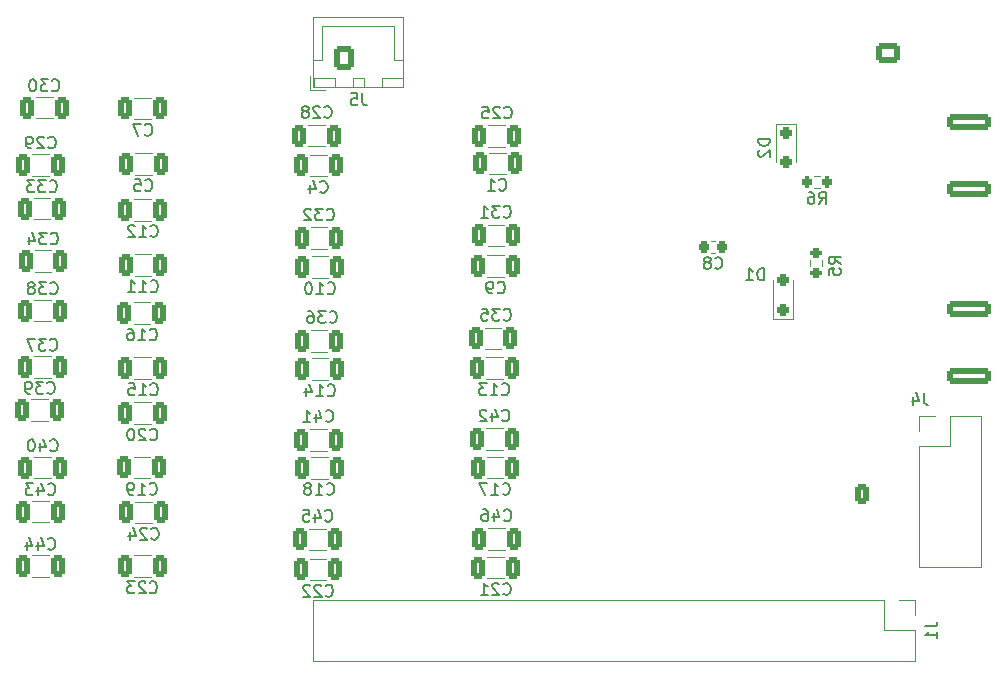
<source format=gbo>
G04 #@! TF.GenerationSoftware,KiCad,Pcbnew,9.0.0*
G04 #@! TF.CreationDate,2025-07-18T15:04:11-05:00*
G04 #@! TF.ProjectId,txfilters,74786669-6c74-4657-9273-2e6b69636164,rev?*
G04 #@! TF.SameCoordinates,Original*
G04 #@! TF.FileFunction,Legend,Bot*
G04 #@! TF.FilePolarity,Positive*
%FSLAX46Y46*%
G04 Gerber Fmt 4.6, Leading zero omitted, Abs format (unit mm)*
G04 Created by KiCad (PCBNEW 9.0.0) date 2025-07-18 15:04:11*
%MOMM*%
%LPD*%
G01*
G04 APERTURE LIST*
G04 Aperture macros list*
%AMRoundRect*
0 Rectangle with rounded corners*
0 $1 Rounding radius*
0 $2 $3 $4 $5 $6 $7 $8 $9 X,Y pos of 4 corners*
0 Add a 4 corners polygon primitive as box body*
4,1,4,$2,$3,$4,$5,$6,$7,$8,$9,$2,$3,0*
0 Add four circle primitives for the rounded corners*
1,1,$1+$1,$2,$3*
1,1,$1+$1,$4,$5*
1,1,$1+$1,$6,$7*
1,1,$1+$1,$8,$9*
0 Add four rect primitives between the rounded corners*
20,1,$1+$1,$2,$3,$4,$5,0*
20,1,$1+$1,$4,$5,$6,$7,0*
20,1,$1+$1,$6,$7,$8,$9,0*
20,1,$1+$1,$8,$9,$2,$3,0*%
G04 Aperture macros list end*
%ADD10C,0.150000*%
%ADD11C,0.120000*%
%ADD12C,1.400000*%
%ADD13C,3.000000*%
%ADD14C,2.700000*%
%ADD15C,2.000000*%
%ADD16RoundRect,0.250000X1.600000X-0.425000X1.600000X0.425000X-1.600000X0.425000X-1.600000X-0.425000X0*%
%ADD17RoundRect,0.250000X0.350000X0.625000X-0.350000X0.625000X-0.350000X-0.625000X0.350000X-0.625000X0*%
%ADD18O,1.200000X1.750000*%
%ADD19RoundRect,0.250000X-0.725000X0.600000X-0.725000X-0.600000X0.725000X-0.600000X0.725000X0.600000X0*%
%ADD20O,1.950000X1.700000*%
%ADD21RoundRect,0.250000X-0.325000X-0.650000X0.325000X-0.650000X0.325000X0.650000X-0.325000X0.650000X0*%
%ADD22RoundRect,0.225000X-0.225000X-0.250000X0.225000X-0.250000X0.225000X0.250000X-0.225000X0.250000X0*%
%ADD23RoundRect,0.250000X0.325000X0.650000X-0.325000X0.650000X-0.325000X-0.650000X0.325000X-0.650000X0*%
%ADD24RoundRect,0.200000X-0.200000X-0.275000X0.200000X-0.275000X0.200000X0.275000X-0.200000X0.275000X0*%
%ADD25RoundRect,0.250000X0.250000X-0.250000X0.250000X0.250000X-0.250000X0.250000X-0.250000X-0.250000X0*%
%ADD26RoundRect,0.250000X-0.250000X0.250000X-0.250000X-0.250000X0.250000X-0.250000X0.250000X0.250000X0*%
%ADD27R,1.700000X1.700000*%
%ADD28O,1.700000X1.700000*%
%ADD29RoundRect,0.250000X-0.600000X-0.750000X0.600000X-0.750000X0.600000X0.750000X-0.600000X0.750000X0*%
%ADD30O,1.700000X2.000000*%
%ADD31RoundRect,0.200000X-0.275000X0.200000X-0.275000X-0.200000X0.275000X-0.200000X0.275000X0.200000X0*%
G04 APERTURE END LIST*
D10*
X143687857Y-117544580D02*
X143735476Y-117592200D01*
X143735476Y-117592200D02*
X143878333Y-117639819D01*
X143878333Y-117639819D02*
X143973571Y-117639819D01*
X143973571Y-117639819D02*
X144116428Y-117592200D01*
X144116428Y-117592200D02*
X144211666Y-117496961D01*
X144211666Y-117496961D02*
X144259285Y-117401723D01*
X144259285Y-117401723D02*
X144306904Y-117211247D01*
X144306904Y-117211247D02*
X144306904Y-117068390D01*
X144306904Y-117068390D02*
X144259285Y-116877914D01*
X144259285Y-116877914D02*
X144211666Y-116782676D01*
X144211666Y-116782676D02*
X144116428Y-116687438D01*
X144116428Y-116687438D02*
X143973571Y-116639819D01*
X143973571Y-116639819D02*
X143878333Y-116639819D01*
X143878333Y-116639819D02*
X143735476Y-116687438D01*
X143735476Y-116687438D02*
X143687857Y-116735057D01*
X143354523Y-116639819D02*
X142735476Y-116639819D01*
X142735476Y-116639819D02*
X143068809Y-117020771D01*
X143068809Y-117020771D02*
X142925952Y-117020771D01*
X142925952Y-117020771D02*
X142830714Y-117068390D01*
X142830714Y-117068390D02*
X142783095Y-117116009D01*
X142783095Y-117116009D02*
X142735476Y-117211247D01*
X142735476Y-117211247D02*
X142735476Y-117449342D01*
X142735476Y-117449342D02*
X142783095Y-117544580D01*
X142783095Y-117544580D02*
X142830714Y-117592200D01*
X142830714Y-117592200D02*
X142925952Y-117639819D01*
X142925952Y-117639819D02*
X143211666Y-117639819D01*
X143211666Y-117639819D02*
X143306904Y-117592200D01*
X143306904Y-117592200D02*
X143354523Y-117544580D01*
X141783095Y-117639819D02*
X142354523Y-117639819D01*
X142068809Y-117639819D02*
X142068809Y-116639819D01*
X142068809Y-116639819D02*
X142164047Y-116782676D01*
X142164047Y-116782676D02*
X142259285Y-116877914D01*
X142259285Y-116877914D02*
X142354523Y-116925533D01*
X113707857Y-141014580D02*
X113755476Y-141062200D01*
X113755476Y-141062200D02*
X113898333Y-141109819D01*
X113898333Y-141109819D02*
X113993571Y-141109819D01*
X113993571Y-141109819D02*
X114136428Y-141062200D01*
X114136428Y-141062200D02*
X114231666Y-140966961D01*
X114231666Y-140966961D02*
X114279285Y-140871723D01*
X114279285Y-140871723D02*
X114326904Y-140681247D01*
X114326904Y-140681247D02*
X114326904Y-140538390D01*
X114326904Y-140538390D02*
X114279285Y-140347914D01*
X114279285Y-140347914D02*
X114231666Y-140252676D01*
X114231666Y-140252676D02*
X114136428Y-140157438D01*
X114136428Y-140157438D02*
X113993571Y-140109819D01*
X113993571Y-140109819D02*
X113898333Y-140109819D01*
X113898333Y-140109819D02*
X113755476Y-140157438D01*
X113755476Y-140157438D02*
X113707857Y-140205057D01*
X112755476Y-141109819D02*
X113326904Y-141109819D01*
X113041190Y-141109819D02*
X113041190Y-140109819D01*
X113041190Y-140109819D02*
X113136428Y-140252676D01*
X113136428Y-140252676D02*
X113231666Y-140347914D01*
X113231666Y-140347914D02*
X113326904Y-140395533D01*
X112279285Y-141109819D02*
X112088809Y-141109819D01*
X112088809Y-141109819D02*
X111993571Y-141062200D01*
X111993571Y-141062200D02*
X111945952Y-141014580D01*
X111945952Y-141014580D02*
X111850714Y-140871723D01*
X111850714Y-140871723D02*
X111803095Y-140681247D01*
X111803095Y-140681247D02*
X111803095Y-140300295D01*
X111803095Y-140300295D02*
X111850714Y-140205057D01*
X111850714Y-140205057D02*
X111898333Y-140157438D01*
X111898333Y-140157438D02*
X111993571Y-140109819D01*
X111993571Y-140109819D02*
X112184047Y-140109819D01*
X112184047Y-140109819D02*
X112279285Y-140157438D01*
X112279285Y-140157438D02*
X112326904Y-140205057D01*
X112326904Y-140205057D02*
X112374523Y-140300295D01*
X112374523Y-140300295D02*
X112374523Y-140538390D01*
X112374523Y-140538390D02*
X112326904Y-140633628D01*
X112326904Y-140633628D02*
X112279285Y-140681247D01*
X112279285Y-140681247D02*
X112184047Y-140728866D01*
X112184047Y-140728866D02*
X111993571Y-140728866D01*
X111993571Y-140728866D02*
X111898333Y-140681247D01*
X111898333Y-140681247D02*
X111850714Y-140633628D01*
X111850714Y-140633628D02*
X111803095Y-140538390D01*
X161595666Y-121892580D02*
X161643285Y-121940200D01*
X161643285Y-121940200D02*
X161786142Y-121987819D01*
X161786142Y-121987819D02*
X161881380Y-121987819D01*
X161881380Y-121987819D02*
X162024237Y-121940200D01*
X162024237Y-121940200D02*
X162119475Y-121844961D01*
X162119475Y-121844961D02*
X162167094Y-121749723D01*
X162167094Y-121749723D02*
X162214713Y-121559247D01*
X162214713Y-121559247D02*
X162214713Y-121416390D01*
X162214713Y-121416390D02*
X162167094Y-121225914D01*
X162167094Y-121225914D02*
X162119475Y-121130676D01*
X162119475Y-121130676D02*
X162024237Y-121035438D01*
X162024237Y-121035438D02*
X161881380Y-120987819D01*
X161881380Y-120987819D02*
X161786142Y-120987819D01*
X161786142Y-120987819D02*
X161643285Y-121035438D01*
X161643285Y-121035438D02*
X161595666Y-121083057D01*
X161024237Y-121416390D02*
X161119475Y-121368771D01*
X161119475Y-121368771D02*
X161167094Y-121321152D01*
X161167094Y-121321152D02*
X161214713Y-121225914D01*
X161214713Y-121225914D02*
X161214713Y-121178295D01*
X161214713Y-121178295D02*
X161167094Y-121083057D01*
X161167094Y-121083057D02*
X161119475Y-121035438D01*
X161119475Y-121035438D02*
X161024237Y-120987819D01*
X161024237Y-120987819D02*
X160833761Y-120987819D01*
X160833761Y-120987819D02*
X160738523Y-121035438D01*
X160738523Y-121035438D02*
X160690904Y-121083057D01*
X160690904Y-121083057D02*
X160643285Y-121178295D01*
X160643285Y-121178295D02*
X160643285Y-121225914D01*
X160643285Y-121225914D02*
X160690904Y-121321152D01*
X160690904Y-121321152D02*
X160738523Y-121368771D01*
X160738523Y-121368771D02*
X160833761Y-121416390D01*
X160833761Y-121416390D02*
X161024237Y-121416390D01*
X161024237Y-121416390D02*
X161119475Y-121464009D01*
X161119475Y-121464009D02*
X161167094Y-121511628D01*
X161167094Y-121511628D02*
X161214713Y-121606866D01*
X161214713Y-121606866D02*
X161214713Y-121797342D01*
X161214713Y-121797342D02*
X161167094Y-121892580D01*
X161167094Y-121892580D02*
X161119475Y-121940200D01*
X161119475Y-121940200D02*
X161024237Y-121987819D01*
X161024237Y-121987819D02*
X160833761Y-121987819D01*
X160833761Y-121987819D02*
X160738523Y-121940200D01*
X160738523Y-121940200D02*
X160690904Y-121892580D01*
X160690904Y-121892580D02*
X160643285Y-121797342D01*
X160643285Y-121797342D02*
X160643285Y-121606866D01*
X160643285Y-121606866D02*
X160690904Y-121511628D01*
X160690904Y-121511628D02*
X160738523Y-121464009D01*
X160738523Y-121464009D02*
X160833761Y-121416390D01*
X105247857Y-115394580D02*
X105295476Y-115442200D01*
X105295476Y-115442200D02*
X105438333Y-115489819D01*
X105438333Y-115489819D02*
X105533571Y-115489819D01*
X105533571Y-115489819D02*
X105676428Y-115442200D01*
X105676428Y-115442200D02*
X105771666Y-115346961D01*
X105771666Y-115346961D02*
X105819285Y-115251723D01*
X105819285Y-115251723D02*
X105866904Y-115061247D01*
X105866904Y-115061247D02*
X105866904Y-114918390D01*
X105866904Y-114918390D02*
X105819285Y-114727914D01*
X105819285Y-114727914D02*
X105771666Y-114632676D01*
X105771666Y-114632676D02*
X105676428Y-114537438D01*
X105676428Y-114537438D02*
X105533571Y-114489819D01*
X105533571Y-114489819D02*
X105438333Y-114489819D01*
X105438333Y-114489819D02*
X105295476Y-114537438D01*
X105295476Y-114537438D02*
X105247857Y-114585057D01*
X104914523Y-114489819D02*
X104295476Y-114489819D01*
X104295476Y-114489819D02*
X104628809Y-114870771D01*
X104628809Y-114870771D02*
X104485952Y-114870771D01*
X104485952Y-114870771D02*
X104390714Y-114918390D01*
X104390714Y-114918390D02*
X104343095Y-114966009D01*
X104343095Y-114966009D02*
X104295476Y-115061247D01*
X104295476Y-115061247D02*
X104295476Y-115299342D01*
X104295476Y-115299342D02*
X104343095Y-115394580D01*
X104343095Y-115394580D02*
X104390714Y-115442200D01*
X104390714Y-115442200D02*
X104485952Y-115489819D01*
X104485952Y-115489819D02*
X104771666Y-115489819D01*
X104771666Y-115489819D02*
X104866904Y-115442200D01*
X104866904Y-115442200D02*
X104914523Y-115394580D01*
X103962142Y-114489819D02*
X103343095Y-114489819D01*
X103343095Y-114489819D02*
X103676428Y-114870771D01*
X103676428Y-114870771D02*
X103533571Y-114870771D01*
X103533571Y-114870771D02*
X103438333Y-114918390D01*
X103438333Y-114918390D02*
X103390714Y-114966009D01*
X103390714Y-114966009D02*
X103343095Y-115061247D01*
X103343095Y-115061247D02*
X103343095Y-115299342D01*
X103343095Y-115299342D02*
X103390714Y-115394580D01*
X103390714Y-115394580D02*
X103438333Y-115442200D01*
X103438333Y-115442200D02*
X103533571Y-115489819D01*
X103533571Y-115489819D02*
X103819285Y-115489819D01*
X103819285Y-115489819D02*
X103914523Y-115442200D01*
X103914523Y-115442200D02*
X103962142Y-115394580D01*
X128717857Y-141039580D02*
X128765476Y-141087200D01*
X128765476Y-141087200D02*
X128908333Y-141134819D01*
X128908333Y-141134819D02*
X129003571Y-141134819D01*
X129003571Y-141134819D02*
X129146428Y-141087200D01*
X129146428Y-141087200D02*
X129241666Y-140991961D01*
X129241666Y-140991961D02*
X129289285Y-140896723D01*
X129289285Y-140896723D02*
X129336904Y-140706247D01*
X129336904Y-140706247D02*
X129336904Y-140563390D01*
X129336904Y-140563390D02*
X129289285Y-140372914D01*
X129289285Y-140372914D02*
X129241666Y-140277676D01*
X129241666Y-140277676D02*
X129146428Y-140182438D01*
X129146428Y-140182438D02*
X129003571Y-140134819D01*
X129003571Y-140134819D02*
X128908333Y-140134819D01*
X128908333Y-140134819D02*
X128765476Y-140182438D01*
X128765476Y-140182438D02*
X128717857Y-140230057D01*
X127765476Y-141134819D02*
X128336904Y-141134819D01*
X128051190Y-141134819D02*
X128051190Y-140134819D01*
X128051190Y-140134819D02*
X128146428Y-140277676D01*
X128146428Y-140277676D02*
X128241666Y-140372914D01*
X128241666Y-140372914D02*
X128336904Y-140420533D01*
X127194047Y-140563390D02*
X127289285Y-140515771D01*
X127289285Y-140515771D02*
X127336904Y-140468152D01*
X127336904Y-140468152D02*
X127384523Y-140372914D01*
X127384523Y-140372914D02*
X127384523Y-140325295D01*
X127384523Y-140325295D02*
X127336904Y-140230057D01*
X127336904Y-140230057D02*
X127289285Y-140182438D01*
X127289285Y-140182438D02*
X127194047Y-140134819D01*
X127194047Y-140134819D02*
X127003571Y-140134819D01*
X127003571Y-140134819D02*
X126908333Y-140182438D01*
X126908333Y-140182438D02*
X126860714Y-140230057D01*
X126860714Y-140230057D02*
X126813095Y-140325295D01*
X126813095Y-140325295D02*
X126813095Y-140372914D01*
X126813095Y-140372914D02*
X126860714Y-140468152D01*
X126860714Y-140468152D02*
X126908333Y-140515771D01*
X126908333Y-140515771D02*
X127003571Y-140563390D01*
X127003571Y-140563390D02*
X127194047Y-140563390D01*
X127194047Y-140563390D02*
X127289285Y-140611009D01*
X127289285Y-140611009D02*
X127336904Y-140658628D01*
X127336904Y-140658628D02*
X127384523Y-140753866D01*
X127384523Y-140753866D02*
X127384523Y-140944342D01*
X127384523Y-140944342D02*
X127336904Y-141039580D01*
X127336904Y-141039580D02*
X127289285Y-141087200D01*
X127289285Y-141087200D02*
X127194047Y-141134819D01*
X127194047Y-141134819D02*
X127003571Y-141134819D01*
X127003571Y-141134819D02*
X126908333Y-141087200D01*
X126908333Y-141087200D02*
X126860714Y-141039580D01*
X126860714Y-141039580D02*
X126813095Y-140944342D01*
X126813095Y-140944342D02*
X126813095Y-140753866D01*
X126813095Y-140753866D02*
X126860714Y-140658628D01*
X126860714Y-140658628D02*
X126908333Y-140611009D01*
X126908333Y-140611009D02*
X127003571Y-140563390D01*
X143311666Y-115264580D02*
X143359285Y-115312200D01*
X143359285Y-115312200D02*
X143502142Y-115359819D01*
X143502142Y-115359819D02*
X143597380Y-115359819D01*
X143597380Y-115359819D02*
X143740237Y-115312200D01*
X143740237Y-115312200D02*
X143835475Y-115216961D01*
X143835475Y-115216961D02*
X143883094Y-115121723D01*
X143883094Y-115121723D02*
X143930713Y-114931247D01*
X143930713Y-114931247D02*
X143930713Y-114788390D01*
X143930713Y-114788390D02*
X143883094Y-114597914D01*
X143883094Y-114597914D02*
X143835475Y-114502676D01*
X143835475Y-114502676D02*
X143740237Y-114407438D01*
X143740237Y-114407438D02*
X143597380Y-114359819D01*
X143597380Y-114359819D02*
X143502142Y-114359819D01*
X143502142Y-114359819D02*
X143359285Y-114407438D01*
X143359285Y-114407438D02*
X143311666Y-114455057D01*
X142359285Y-115359819D02*
X142930713Y-115359819D01*
X142644999Y-115359819D02*
X142644999Y-114359819D01*
X142644999Y-114359819D02*
X142740237Y-114502676D01*
X142740237Y-114502676D02*
X142835475Y-114597914D01*
X142835475Y-114597914D02*
X142930713Y-114645533D01*
X143563857Y-134800580D02*
X143611476Y-134848200D01*
X143611476Y-134848200D02*
X143754333Y-134895819D01*
X143754333Y-134895819D02*
X143849571Y-134895819D01*
X143849571Y-134895819D02*
X143992428Y-134848200D01*
X143992428Y-134848200D02*
X144087666Y-134752961D01*
X144087666Y-134752961D02*
X144135285Y-134657723D01*
X144135285Y-134657723D02*
X144182904Y-134467247D01*
X144182904Y-134467247D02*
X144182904Y-134324390D01*
X144182904Y-134324390D02*
X144135285Y-134133914D01*
X144135285Y-134133914D02*
X144087666Y-134038676D01*
X144087666Y-134038676D02*
X143992428Y-133943438D01*
X143992428Y-133943438D02*
X143849571Y-133895819D01*
X143849571Y-133895819D02*
X143754333Y-133895819D01*
X143754333Y-133895819D02*
X143611476Y-133943438D01*
X143611476Y-133943438D02*
X143563857Y-133991057D01*
X142706714Y-134229152D02*
X142706714Y-134895819D01*
X142944809Y-133848200D02*
X143182904Y-134562485D01*
X143182904Y-134562485D02*
X142563857Y-134562485D01*
X142230523Y-133991057D02*
X142182904Y-133943438D01*
X142182904Y-133943438D02*
X142087666Y-133895819D01*
X142087666Y-133895819D02*
X141849571Y-133895819D01*
X141849571Y-133895819D02*
X141754333Y-133943438D01*
X141754333Y-133943438D02*
X141706714Y-133991057D01*
X141706714Y-133991057D02*
X141659095Y-134086295D01*
X141659095Y-134086295D02*
X141659095Y-134181533D01*
X141659095Y-134181533D02*
X141706714Y-134324390D01*
X141706714Y-134324390D02*
X142278142Y-134895819D01*
X142278142Y-134895819D02*
X141659095Y-134895819D01*
X128577857Y-143292580D02*
X128625476Y-143340200D01*
X128625476Y-143340200D02*
X128768333Y-143387819D01*
X128768333Y-143387819D02*
X128863571Y-143387819D01*
X128863571Y-143387819D02*
X129006428Y-143340200D01*
X129006428Y-143340200D02*
X129101666Y-143244961D01*
X129101666Y-143244961D02*
X129149285Y-143149723D01*
X129149285Y-143149723D02*
X129196904Y-142959247D01*
X129196904Y-142959247D02*
X129196904Y-142816390D01*
X129196904Y-142816390D02*
X129149285Y-142625914D01*
X129149285Y-142625914D02*
X129101666Y-142530676D01*
X129101666Y-142530676D02*
X129006428Y-142435438D01*
X129006428Y-142435438D02*
X128863571Y-142387819D01*
X128863571Y-142387819D02*
X128768333Y-142387819D01*
X128768333Y-142387819D02*
X128625476Y-142435438D01*
X128625476Y-142435438D02*
X128577857Y-142483057D01*
X127720714Y-142721152D02*
X127720714Y-143387819D01*
X127958809Y-142340200D02*
X128196904Y-143054485D01*
X128196904Y-143054485D02*
X127577857Y-143054485D01*
X126720714Y-142387819D02*
X127196904Y-142387819D01*
X127196904Y-142387819D02*
X127244523Y-142864009D01*
X127244523Y-142864009D02*
X127196904Y-142816390D01*
X127196904Y-142816390D02*
X127101666Y-142768771D01*
X127101666Y-142768771D02*
X126863571Y-142768771D01*
X126863571Y-142768771D02*
X126768333Y-142816390D01*
X126768333Y-142816390D02*
X126720714Y-142864009D01*
X126720714Y-142864009D02*
X126673095Y-142959247D01*
X126673095Y-142959247D02*
X126673095Y-143197342D01*
X126673095Y-143197342D02*
X126720714Y-143292580D01*
X126720714Y-143292580D02*
X126768333Y-143340200D01*
X126768333Y-143340200D02*
X126863571Y-143387819D01*
X126863571Y-143387819D02*
X127101666Y-143387819D01*
X127101666Y-143387819D02*
X127196904Y-143340200D01*
X127196904Y-143340200D02*
X127244523Y-143292580D01*
X143537857Y-132584580D02*
X143585476Y-132632200D01*
X143585476Y-132632200D02*
X143728333Y-132679819D01*
X143728333Y-132679819D02*
X143823571Y-132679819D01*
X143823571Y-132679819D02*
X143966428Y-132632200D01*
X143966428Y-132632200D02*
X144061666Y-132536961D01*
X144061666Y-132536961D02*
X144109285Y-132441723D01*
X144109285Y-132441723D02*
X144156904Y-132251247D01*
X144156904Y-132251247D02*
X144156904Y-132108390D01*
X144156904Y-132108390D02*
X144109285Y-131917914D01*
X144109285Y-131917914D02*
X144061666Y-131822676D01*
X144061666Y-131822676D02*
X143966428Y-131727438D01*
X143966428Y-131727438D02*
X143823571Y-131679819D01*
X143823571Y-131679819D02*
X143728333Y-131679819D01*
X143728333Y-131679819D02*
X143585476Y-131727438D01*
X143585476Y-131727438D02*
X143537857Y-131775057D01*
X142585476Y-132679819D02*
X143156904Y-132679819D01*
X142871190Y-132679819D02*
X142871190Y-131679819D01*
X142871190Y-131679819D02*
X142966428Y-131822676D01*
X142966428Y-131822676D02*
X143061666Y-131917914D01*
X143061666Y-131917914D02*
X143156904Y-131965533D01*
X142252142Y-131679819D02*
X141633095Y-131679819D01*
X141633095Y-131679819D02*
X141966428Y-132060771D01*
X141966428Y-132060771D02*
X141823571Y-132060771D01*
X141823571Y-132060771D02*
X141728333Y-132108390D01*
X141728333Y-132108390D02*
X141680714Y-132156009D01*
X141680714Y-132156009D02*
X141633095Y-132251247D01*
X141633095Y-132251247D02*
X141633095Y-132489342D01*
X141633095Y-132489342D02*
X141680714Y-132584580D01*
X141680714Y-132584580D02*
X141728333Y-132632200D01*
X141728333Y-132632200D02*
X141823571Y-132679819D01*
X141823571Y-132679819D02*
X142109285Y-132679819D01*
X142109285Y-132679819D02*
X142204523Y-132632200D01*
X142204523Y-132632200D02*
X142252142Y-132584580D01*
X128955857Y-126480580D02*
X129003476Y-126528200D01*
X129003476Y-126528200D02*
X129146333Y-126575819D01*
X129146333Y-126575819D02*
X129241571Y-126575819D01*
X129241571Y-126575819D02*
X129384428Y-126528200D01*
X129384428Y-126528200D02*
X129479666Y-126432961D01*
X129479666Y-126432961D02*
X129527285Y-126337723D01*
X129527285Y-126337723D02*
X129574904Y-126147247D01*
X129574904Y-126147247D02*
X129574904Y-126004390D01*
X129574904Y-126004390D02*
X129527285Y-125813914D01*
X129527285Y-125813914D02*
X129479666Y-125718676D01*
X129479666Y-125718676D02*
X129384428Y-125623438D01*
X129384428Y-125623438D02*
X129241571Y-125575819D01*
X129241571Y-125575819D02*
X129146333Y-125575819D01*
X129146333Y-125575819D02*
X129003476Y-125623438D01*
X129003476Y-125623438D02*
X128955857Y-125671057D01*
X128622523Y-125575819D02*
X128003476Y-125575819D01*
X128003476Y-125575819D02*
X128336809Y-125956771D01*
X128336809Y-125956771D02*
X128193952Y-125956771D01*
X128193952Y-125956771D02*
X128098714Y-126004390D01*
X128098714Y-126004390D02*
X128051095Y-126052009D01*
X128051095Y-126052009D02*
X128003476Y-126147247D01*
X128003476Y-126147247D02*
X128003476Y-126385342D01*
X128003476Y-126385342D02*
X128051095Y-126480580D01*
X128051095Y-126480580D02*
X128098714Y-126528200D01*
X128098714Y-126528200D02*
X128193952Y-126575819D01*
X128193952Y-126575819D02*
X128479666Y-126575819D01*
X128479666Y-126575819D02*
X128574904Y-126528200D01*
X128574904Y-126528200D02*
X128622523Y-126480580D01*
X127146333Y-125575819D02*
X127336809Y-125575819D01*
X127336809Y-125575819D02*
X127432047Y-125623438D01*
X127432047Y-125623438D02*
X127479666Y-125671057D01*
X127479666Y-125671057D02*
X127574904Y-125813914D01*
X127574904Y-125813914D02*
X127622523Y-126004390D01*
X127622523Y-126004390D02*
X127622523Y-126385342D01*
X127622523Y-126385342D02*
X127574904Y-126480580D01*
X127574904Y-126480580D02*
X127527285Y-126528200D01*
X127527285Y-126528200D02*
X127432047Y-126575819D01*
X127432047Y-126575819D02*
X127241571Y-126575819D01*
X127241571Y-126575819D02*
X127146333Y-126528200D01*
X127146333Y-126528200D02*
X127098714Y-126480580D01*
X127098714Y-126480580D02*
X127051095Y-126385342D01*
X127051095Y-126385342D02*
X127051095Y-126147247D01*
X127051095Y-126147247D02*
X127098714Y-126052009D01*
X127098714Y-126052009D02*
X127146333Y-126004390D01*
X127146333Y-126004390D02*
X127241571Y-125956771D01*
X127241571Y-125956771D02*
X127432047Y-125956771D01*
X127432047Y-125956771D02*
X127527285Y-126004390D01*
X127527285Y-126004390D02*
X127574904Y-126052009D01*
X127574904Y-126052009D02*
X127622523Y-126147247D01*
X105117857Y-145668580D02*
X105165476Y-145716200D01*
X105165476Y-145716200D02*
X105308333Y-145763819D01*
X105308333Y-145763819D02*
X105403571Y-145763819D01*
X105403571Y-145763819D02*
X105546428Y-145716200D01*
X105546428Y-145716200D02*
X105641666Y-145620961D01*
X105641666Y-145620961D02*
X105689285Y-145525723D01*
X105689285Y-145525723D02*
X105736904Y-145335247D01*
X105736904Y-145335247D02*
X105736904Y-145192390D01*
X105736904Y-145192390D02*
X105689285Y-145001914D01*
X105689285Y-145001914D02*
X105641666Y-144906676D01*
X105641666Y-144906676D02*
X105546428Y-144811438D01*
X105546428Y-144811438D02*
X105403571Y-144763819D01*
X105403571Y-144763819D02*
X105308333Y-144763819D01*
X105308333Y-144763819D02*
X105165476Y-144811438D01*
X105165476Y-144811438D02*
X105117857Y-144859057D01*
X104260714Y-145097152D02*
X104260714Y-145763819D01*
X104498809Y-144716200D02*
X104736904Y-145430485D01*
X104736904Y-145430485D02*
X104117857Y-145430485D01*
X103308333Y-145097152D02*
X103308333Y-145763819D01*
X103546428Y-144716200D02*
X103784523Y-145430485D01*
X103784523Y-145430485D02*
X103165476Y-145430485D01*
X143597857Y-141024580D02*
X143645476Y-141072200D01*
X143645476Y-141072200D02*
X143788333Y-141119819D01*
X143788333Y-141119819D02*
X143883571Y-141119819D01*
X143883571Y-141119819D02*
X144026428Y-141072200D01*
X144026428Y-141072200D02*
X144121666Y-140976961D01*
X144121666Y-140976961D02*
X144169285Y-140881723D01*
X144169285Y-140881723D02*
X144216904Y-140691247D01*
X144216904Y-140691247D02*
X144216904Y-140548390D01*
X144216904Y-140548390D02*
X144169285Y-140357914D01*
X144169285Y-140357914D02*
X144121666Y-140262676D01*
X144121666Y-140262676D02*
X144026428Y-140167438D01*
X144026428Y-140167438D02*
X143883571Y-140119819D01*
X143883571Y-140119819D02*
X143788333Y-140119819D01*
X143788333Y-140119819D02*
X143645476Y-140167438D01*
X143645476Y-140167438D02*
X143597857Y-140215057D01*
X142645476Y-141119819D02*
X143216904Y-141119819D01*
X142931190Y-141119819D02*
X142931190Y-140119819D01*
X142931190Y-140119819D02*
X143026428Y-140262676D01*
X143026428Y-140262676D02*
X143121666Y-140357914D01*
X143121666Y-140357914D02*
X143216904Y-140405533D01*
X142312142Y-140119819D02*
X141645476Y-140119819D01*
X141645476Y-140119819D02*
X142074047Y-141119819D01*
X143687857Y-126274580D02*
X143735476Y-126322200D01*
X143735476Y-126322200D02*
X143878333Y-126369819D01*
X143878333Y-126369819D02*
X143973571Y-126369819D01*
X143973571Y-126369819D02*
X144116428Y-126322200D01*
X144116428Y-126322200D02*
X144211666Y-126226961D01*
X144211666Y-126226961D02*
X144259285Y-126131723D01*
X144259285Y-126131723D02*
X144306904Y-125941247D01*
X144306904Y-125941247D02*
X144306904Y-125798390D01*
X144306904Y-125798390D02*
X144259285Y-125607914D01*
X144259285Y-125607914D02*
X144211666Y-125512676D01*
X144211666Y-125512676D02*
X144116428Y-125417438D01*
X144116428Y-125417438D02*
X143973571Y-125369819D01*
X143973571Y-125369819D02*
X143878333Y-125369819D01*
X143878333Y-125369819D02*
X143735476Y-125417438D01*
X143735476Y-125417438D02*
X143687857Y-125465057D01*
X143354523Y-125369819D02*
X142735476Y-125369819D01*
X142735476Y-125369819D02*
X143068809Y-125750771D01*
X143068809Y-125750771D02*
X142925952Y-125750771D01*
X142925952Y-125750771D02*
X142830714Y-125798390D01*
X142830714Y-125798390D02*
X142783095Y-125846009D01*
X142783095Y-125846009D02*
X142735476Y-125941247D01*
X142735476Y-125941247D02*
X142735476Y-126179342D01*
X142735476Y-126179342D02*
X142783095Y-126274580D01*
X142783095Y-126274580D02*
X142830714Y-126322200D01*
X142830714Y-126322200D02*
X142925952Y-126369819D01*
X142925952Y-126369819D02*
X143211666Y-126369819D01*
X143211666Y-126369819D02*
X143306904Y-126322200D01*
X143306904Y-126322200D02*
X143354523Y-126274580D01*
X141830714Y-125369819D02*
X142306904Y-125369819D01*
X142306904Y-125369819D02*
X142354523Y-125846009D01*
X142354523Y-125846009D02*
X142306904Y-125798390D01*
X142306904Y-125798390D02*
X142211666Y-125750771D01*
X142211666Y-125750771D02*
X141973571Y-125750771D01*
X141973571Y-125750771D02*
X141878333Y-125798390D01*
X141878333Y-125798390D02*
X141830714Y-125846009D01*
X141830714Y-125846009D02*
X141783095Y-125941247D01*
X141783095Y-125941247D02*
X141783095Y-126179342D01*
X141783095Y-126179342D02*
X141830714Y-126274580D01*
X141830714Y-126274580D02*
X141878333Y-126322200D01*
X141878333Y-126322200D02*
X141973571Y-126369819D01*
X141973571Y-126369819D02*
X142211666Y-126369819D01*
X142211666Y-126369819D02*
X142306904Y-126322200D01*
X142306904Y-126322200D02*
X142354523Y-126274580D01*
X113727857Y-149354580D02*
X113775476Y-149402200D01*
X113775476Y-149402200D02*
X113918333Y-149449819D01*
X113918333Y-149449819D02*
X114013571Y-149449819D01*
X114013571Y-149449819D02*
X114156428Y-149402200D01*
X114156428Y-149402200D02*
X114251666Y-149306961D01*
X114251666Y-149306961D02*
X114299285Y-149211723D01*
X114299285Y-149211723D02*
X114346904Y-149021247D01*
X114346904Y-149021247D02*
X114346904Y-148878390D01*
X114346904Y-148878390D02*
X114299285Y-148687914D01*
X114299285Y-148687914D02*
X114251666Y-148592676D01*
X114251666Y-148592676D02*
X114156428Y-148497438D01*
X114156428Y-148497438D02*
X114013571Y-148449819D01*
X114013571Y-148449819D02*
X113918333Y-148449819D01*
X113918333Y-148449819D02*
X113775476Y-148497438D01*
X113775476Y-148497438D02*
X113727857Y-148545057D01*
X113346904Y-148545057D02*
X113299285Y-148497438D01*
X113299285Y-148497438D02*
X113204047Y-148449819D01*
X113204047Y-148449819D02*
X112965952Y-148449819D01*
X112965952Y-148449819D02*
X112870714Y-148497438D01*
X112870714Y-148497438D02*
X112823095Y-148545057D01*
X112823095Y-148545057D02*
X112775476Y-148640295D01*
X112775476Y-148640295D02*
X112775476Y-148735533D01*
X112775476Y-148735533D02*
X112823095Y-148878390D01*
X112823095Y-148878390D02*
X113394523Y-149449819D01*
X113394523Y-149449819D02*
X112775476Y-149449819D01*
X112442142Y-148449819D02*
X111823095Y-148449819D01*
X111823095Y-148449819D02*
X112156428Y-148830771D01*
X112156428Y-148830771D02*
X112013571Y-148830771D01*
X112013571Y-148830771D02*
X111918333Y-148878390D01*
X111918333Y-148878390D02*
X111870714Y-148926009D01*
X111870714Y-148926009D02*
X111823095Y-149021247D01*
X111823095Y-149021247D02*
X111823095Y-149259342D01*
X111823095Y-149259342D02*
X111870714Y-149354580D01*
X111870714Y-149354580D02*
X111918333Y-149402200D01*
X111918333Y-149402200D02*
X112013571Y-149449819D01*
X112013571Y-149449819D02*
X112299285Y-149449819D01*
X112299285Y-149449819D02*
X112394523Y-149402200D01*
X112394523Y-149402200D02*
X112442142Y-149354580D01*
X128161666Y-115444580D02*
X128209285Y-115492200D01*
X128209285Y-115492200D02*
X128352142Y-115539819D01*
X128352142Y-115539819D02*
X128447380Y-115539819D01*
X128447380Y-115539819D02*
X128590237Y-115492200D01*
X128590237Y-115492200D02*
X128685475Y-115396961D01*
X128685475Y-115396961D02*
X128733094Y-115301723D01*
X128733094Y-115301723D02*
X128780713Y-115111247D01*
X128780713Y-115111247D02*
X128780713Y-114968390D01*
X128780713Y-114968390D02*
X128733094Y-114777914D01*
X128733094Y-114777914D02*
X128685475Y-114682676D01*
X128685475Y-114682676D02*
X128590237Y-114587438D01*
X128590237Y-114587438D02*
X128447380Y-114539819D01*
X128447380Y-114539819D02*
X128352142Y-114539819D01*
X128352142Y-114539819D02*
X128209285Y-114587438D01*
X128209285Y-114587438D02*
X128161666Y-114635057D01*
X127304523Y-114873152D02*
X127304523Y-115539819D01*
X127542618Y-114492200D02*
X127780713Y-115206485D01*
X127780713Y-115206485D02*
X127161666Y-115206485D01*
X113311666Y-110604580D02*
X113359285Y-110652200D01*
X113359285Y-110652200D02*
X113502142Y-110699819D01*
X113502142Y-110699819D02*
X113597380Y-110699819D01*
X113597380Y-110699819D02*
X113740237Y-110652200D01*
X113740237Y-110652200D02*
X113835475Y-110556961D01*
X113835475Y-110556961D02*
X113883094Y-110461723D01*
X113883094Y-110461723D02*
X113930713Y-110271247D01*
X113930713Y-110271247D02*
X113930713Y-110128390D01*
X113930713Y-110128390D02*
X113883094Y-109937914D01*
X113883094Y-109937914D02*
X113835475Y-109842676D01*
X113835475Y-109842676D02*
X113740237Y-109747438D01*
X113740237Y-109747438D02*
X113597380Y-109699819D01*
X113597380Y-109699819D02*
X113502142Y-109699819D01*
X113502142Y-109699819D02*
X113359285Y-109747438D01*
X113359285Y-109747438D02*
X113311666Y-109795057D01*
X112978332Y-109699819D02*
X112311666Y-109699819D01*
X112311666Y-109699819D02*
X112740237Y-110699819D01*
X128639857Y-134862580D02*
X128687476Y-134910200D01*
X128687476Y-134910200D02*
X128830333Y-134957819D01*
X128830333Y-134957819D02*
X128925571Y-134957819D01*
X128925571Y-134957819D02*
X129068428Y-134910200D01*
X129068428Y-134910200D02*
X129163666Y-134814961D01*
X129163666Y-134814961D02*
X129211285Y-134719723D01*
X129211285Y-134719723D02*
X129258904Y-134529247D01*
X129258904Y-134529247D02*
X129258904Y-134386390D01*
X129258904Y-134386390D02*
X129211285Y-134195914D01*
X129211285Y-134195914D02*
X129163666Y-134100676D01*
X129163666Y-134100676D02*
X129068428Y-134005438D01*
X129068428Y-134005438D02*
X128925571Y-133957819D01*
X128925571Y-133957819D02*
X128830333Y-133957819D01*
X128830333Y-133957819D02*
X128687476Y-134005438D01*
X128687476Y-134005438D02*
X128639857Y-134053057D01*
X127782714Y-134291152D02*
X127782714Y-134957819D01*
X128020809Y-133910200D02*
X128258904Y-134624485D01*
X128258904Y-134624485D02*
X127639857Y-134624485D01*
X126735095Y-134957819D02*
X127306523Y-134957819D01*
X127020809Y-134957819D02*
X127020809Y-133957819D01*
X127020809Y-133957819D02*
X127116047Y-134100676D01*
X127116047Y-134100676D02*
X127211285Y-134195914D01*
X127211285Y-134195914D02*
X127306523Y-134243533D01*
X105333857Y-119828580D02*
X105381476Y-119876200D01*
X105381476Y-119876200D02*
X105524333Y-119923819D01*
X105524333Y-119923819D02*
X105619571Y-119923819D01*
X105619571Y-119923819D02*
X105762428Y-119876200D01*
X105762428Y-119876200D02*
X105857666Y-119780961D01*
X105857666Y-119780961D02*
X105905285Y-119685723D01*
X105905285Y-119685723D02*
X105952904Y-119495247D01*
X105952904Y-119495247D02*
X105952904Y-119352390D01*
X105952904Y-119352390D02*
X105905285Y-119161914D01*
X105905285Y-119161914D02*
X105857666Y-119066676D01*
X105857666Y-119066676D02*
X105762428Y-118971438D01*
X105762428Y-118971438D02*
X105619571Y-118923819D01*
X105619571Y-118923819D02*
X105524333Y-118923819D01*
X105524333Y-118923819D02*
X105381476Y-118971438D01*
X105381476Y-118971438D02*
X105333857Y-119019057D01*
X105000523Y-118923819D02*
X104381476Y-118923819D01*
X104381476Y-118923819D02*
X104714809Y-119304771D01*
X104714809Y-119304771D02*
X104571952Y-119304771D01*
X104571952Y-119304771D02*
X104476714Y-119352390D01*
X104476714Y-119352390D02*
X104429095Y-119400009D01*
X104429095Y-119400009D02*
X104381476Y-119495247D01*
X104381476Y-119495247D02*
X104381476Y-119733342D01*
X104381476Y-119733342D02*
X104429095Y-119828580D01*
X104429095Y-119828580D02*
X104476714Y-119876200D01*
X104476714Y-119876200D02*
X104571952Y-119923819D01*
X104571952Y-119923819D02*
X104857666Y-119923819D01*
X104857666Y-119923819D02*
X104952904Y-119876200D01*
X104952904Y-119876200D02*
X105000523Y-119828580D01*
X103524333Y-119257152D02*
X103524333Y-119923819D01*
X103762428Y-118876200D02*
X104000523Y-119590485D01*
X104000523Y-119590485D02*
X103381476Y-119590485D01*
X170371666Y-116499819D02*
X170704999Y-116023628D01*
X170943094Y-116499819D02*
X170943094Y-115499819D01*
X170943094Y-115499819D02*
X170562142Y-115499819D01*
X170562142Y-115499819D02*
X170466904Y-115547438D01*
X170466904Y-115547438D02*
X170419285Y-115595057D01*
X170419285Y-115595057D02*
X170371666Y-115690295D01*
X170371666Y-115690295D02*
X170371666Y-115833152D01*
X170371666Y-115833152D02*
X170419285Y-115928390D01*
X170419285Y-115928390D02*
X170466904Y-115976009D01*
X170466904Y-115976009D02*
X170562142Y-116023628D01*
X170562142Y-116023628D02*
X170943094Y-116023628D01*
X169514523Y-115499819D02*
X169704999Y-115499819D01*
X169704999Y-115499819D02*
X169800237Y-115547438D01*
X169800237Y-115547438D02*
X169847856Y-115595057D01*
X169847856Y-115595057D02*
X169943094Y-115737914D01*
X169943094Y-115737914D02*
X169990713Y-115928390D01*
X169990713Y-115928390D02*
X169990713Y-116309342D01*
X169990713Y-116309342D02*
X169943094Y-116404580D01*
X169943094Y-116404580D02*
X169895475Y-116452200D01*
X169895475Y-116452200D02*
X169800237Y-116499819D01*
X169800237Y-116499819D02*
X169609761Y-116499819D01*
X169609761Y-116499819D02*
X169514523Y-116452200D01*
X169514523Y-116452200D02*
X169466904Y-116404580D01*
X169466904Y-116404580D02*
X169419285Y-116309342D01*
X169419285Y-116309342D02*
X169419285Y-116071247D01*
X169419285Y-116071247D02*
X169466904Y-115976009D01*
X169466904Y-115976009D02*
X169514523Y-115928390D01*
X169514523Y-115928390D02*
X169609761Y-115880771D01*
X169609761Y-115880771D02*
X169800237Y-115880771D01*
X169800237Y-115880771D02*
X169895475Y-115928390D01*
X169895475Y-115928390D02*
X169943094Y-115976009D01*
X169943094Y-115976009D02*
X169990713Y-116071247D01*
X165738094Y-122954819D02*
X165738094Y-121954819D01*
X165738094Y-121954819D02*
X165499999Y-121954819D01*
X165499999Y-121954819D02*
X165357142Y-122002438D01*
X165357142Y-122002438D02*
X165261904Y-122097676D01*
X165261904Y-122097676D02*
X165214285Y-122192914D01*
X165214285Y-122192914D02*
X165166666Y-122383390D01*
X165166666Y-122383390D02*
X165166666Y-122526247D01*
X165166666Y-122526247D02*
X165214285Y-122716723D01*
X165214285Y-122716723D02*
X165261904Y-122811961D01*
X165261904Y-122811961D02*
X165357142Y-122907200D01*
X165357142Y-122907200D02*
X165499999Y-122954819D01*
X165499999Y-122954819D02*
X165738094Y-122954819D01*
X164214285Y-122954819D02*
X164785713Y-122954819D01*
X164499999Y-122954819D02*
X164499999Y-121954819D01*
X164499999Y-121954819D02*
X164595237Y-122097676D01*
X164595237Y-122097676D02*
X164690475Y-122192914D01*
X164690475Y-122192914D02*
X164785713Y-122240533D01*
X166223819Y-110986905D02*
X165223819Y-110986905D01*
X165223819Y-110986905D02*
X165223819Y-111225000D01*
X165223819Y-111225000D02*
X165271438Y-111367857D01*
X165271438Y-111367857D02*
X165366676Y-111463095D01*
X165366676Y-111463095D02*
X165461914Y-111510714D01*
X165461914Y-111510714D02*
X165652390Y-111558333D01*
X165652390Y-111558333D02*
X165795247Y-111558333D01*
X165795247Y-111558333D02*
X165985723Y-111510714D01*
X165985723Y-111510714D02*
X166080961Y-111463095D01*
X166080961Y-111463095D02*
X166176200Y-111367857D01*
X166176200Y-111367857D02*
X166223819Y-111225000D01*
X166223819Y-111225000D02*
X166223819Y-110986905D01*
X165319057Y-111939286D02*
X165271438Y-111986905D01*
X165271438Y-111986905D02*
X165223819Y-112082143D01*
X165223819Y-112082143D02*
X165223819Y-112320238D01*
X165223819Y-112320238D02*
X165271438Y-112415476D01*
X165271438Y-112415476D02*
X165319057Y-112463095D01*
X165319057Y-112463095D02*
X165414295Y-112510714D01*
X165414295Y-112510714D02*
X165509533Y-112510714D01*
X165509533Y-112510714D02*
X165652390Y-112463095D01*
X165652390Y-112463095D02*
X166223819Y-111891667D01*
X166223819Y-111891667D02*
X166223819Y-112510714D01*
X113341666Y-115314580D02*
X113389285Y-115362200D01*
X113389285Y-115362200D02*
X113532142Y-115409819D01*
X113532142Y-115409819D02*
X113627380Y-115409819D01*
X113627380Y-115409819D02*
X113770237Y-115362200D01*
X113770237Y-115362200D02*
X113865475Y-115266961D01*
X113865475Y-115266961D02*
X113913094Y-115171723D01*
X113913094Y-115171723D02*
X113960713Y-114981247D01*
X113960713Y-114981247D02*
X113960713Y-114838390D01*
X113960713Y-114838390D02*
X113913094Y-114647914D01*
X113913094Y-114647914D02*
X113865475Y-114552676D01*
X113865475Y-114552676D02*
X113770237Y-114457438D01*
X113770237Y-114457438D02*
X113627380Y-114409819D01*
X113627380Y-114409819D02*
X113532142Y-114409819D01*
X113532142Y-114409819D02*
X113389285Y-114457438D01*
X113389285Y-114457438D02*
X113341666Y-114505057D01*
X112436904Y-114409819D02*
X112913094Y-114409819D01*
X112913094Y-114409819D02*
X112960713Y-114886009D01*
X112960713Y-114886009D02*
X112913094Y-114838390D01*
X112913094Y-114838390D02*
X112817856Y-114790771D01*
X112817856Y-114790771D02*
X112579761Y-114790771D01*
X112579761Y-114790771D02*
X112484523Y-114838390D01*
X112484523Y-114838390D02*
X112436904Y-114886009D01*
X112436904Y-114886009D02*
X112389285Y-114981247D01*
X112389285Y-114981247D02*
X112389285Y-115219342D01*
X112389285Y-115219342D02*
X112436904Y-115314580D01*
X112436904Y-115314580D02*
X112484523Y-115362200D01*
X112484523Y-115362200D02*
X112579761Y-115409819D01*
X112579761Y-115409819D02*
X112817856Y-115409819D01*
X112817856Y-115409819D02*
X112913094Y-115362200D01*
X112913094Y-115362200D02*
X112960713Y-115314580D01*
X179273333Y-132488419D02*
X179273333Y-133202704D01*
X179273333Y-133202704D02*
X179320952Y-133345561D01*
X179320952Y-133345561D02*
X179416190Y-133440800D01*
X179416190Y-133440800D02*
X179559047Y-133488419D01*
X179559047Y-133488419D02*
X179654285Y-133488419D01*
X178368571Y-132821752D02*
X178368571Y-133488419D01*
X178606666Y-132440800D02*
X178844761Y-133155085D01*
X178844761Y-133155085D02*
X178225714Y-133155085D01*
X128777857Y-124029580D02*
X128825476Y-124077200D01*
X128825476Y-124077200D02*
X128968333Y-124124819D01*
X128968333Y-124124819D02*
X129063571Y-124124819D01*
X129063571Y-124124819D02*
X129206428Y-124077200D01*
X129206428Y-124077200D02*
X129301666Y-123981961D01*
X129301666Y-123981961D02*
X129349285Y-123886723D01*
X129349285Y-123886723D02*
X129396904Y-123696247D01*
X129396904Y-123696247D02*
X129396904Y-123553390D01*
X129396904Y-123553390D02*
X129349285Y-123362914D01*
X129349285Y-123362914D02*
X129301666Y-123267676D01*
X129301666Y-123267676D02*
X129206428Y-123172438D01*
X129206428Y-123172438D02*
X129063571Y-123124819D01*
X129063571Y-123124819D02*
X128968333Y-123124819D01*
X128968333Y-123124819D02*
X128825476Y-123172438D01*
X128825476Y-123172438D02*
X128777857Y-123220057D01*
X127825476Y-124124819D02*
X128396904Y-124124819D01*
X128111190Y-124124819D02*
X128111190Y-123124819D01*
X128111190Y-123124819D02*
X128206428Y-123267676D01*
X128206428Y-123267676D02*
X128301666Y-123362914D01*
X128301666Y-123362914D02*
X128396904Y-123410533D01*
X127206428Y-123124819D02*
X127111190Y-123124819D01*
X127111190Y-123124819D02*
X127015952Y-123172438D01*
X127015952Y-123172438D02*
X126968333Y-123220057D01*
X126968333Y-123220057D02*
X126920714Y-123315295D01*
X126920714Y-123315295D02*
X126873095Y-123505771D01*
X126873095Y-123505771D02*
X126873095Y-123743866D01*
X126873095Y-123743866D02*
X126920714Y-123934342D01*
X126920714Y-123934342D02*
X126968333Y-124029580D01*
X126968333Y-124029580D02*
X127015952Y-124077200D01*
X127015952Y-124077200D02*
X127111190Y-124124819D01*
X127111190Y-124124819D02*
X127206428Y-124124819D01*
X127206428Y-124124819D02*
X127301666Y-124077200D01*
X127301666Y-124077200D02*
X127349285Y-124029580D01*
X127349285Y-124029580D02*
X127396904Y-123934342D01*
X127396904Y-123934342D02*
X127444523Y-123743866D01*
X127444523Y-123743866D02*
X127444523Y-123505771D01*
X127444523Y-123505771D02*
X127396904Y-123315295D01*
X127396904Y-123315295D02*
X127349285Y-123220057D01*
X127349285Y-123220057D02*
X127301666Y-123172438D01*
X127301666Y-123172438D02*
X127206428Y-123124819D01*
X113857857Y-144814580D02*
X113905476Y-144862200D01*
X113905476Y-144862200D02*
X114048333Y-144909819D01*
X114048333Y-144909819D02*
X114143571Y-144909819D01*
X114143571Y-144909819D02*
X114286428Y-144862200D01*
X114286428Y-144862200D02*
X114381666Y-144766961D01*
X114381666Y-144766961D02*
X114429285Y-144671723D01*
X114429285Y-144671723D02*
X114476904Y-144481247D01*
X114476904Y-144481247D02*
X114476904Y-144338390D01*
X114476904Y-144338390D02*
X114429285Y-144147914D01*
X114429285Y-144147914D02*
X114381666Y-144052676D01*
X114381666Y-144052676D02*
X114286428Y-143957438D01*
X114286428Y-143957438D02*
X114143571Y-143909819D01*
X114143571Y-143909819D02*
X114048333Y-143909819D01*
X114048333Y-143909819D02*
X113905476Y-143957438D01*
X113905476Y-143957438D02*
X113857857Y-144005057D01*
X113476904Y-144005057D02*
X113429285Y-143957438D01*
X113429285Y-143957438D02*
X113334047Y-143909819D01*
X113334047Y-143909819D02*
X113095952Y-143909819D01*
X113095952Y-143909819D02*
X113000714Y-143957438D01*
X113000714Y-143957438D02*
X112953095Y-144005057D01*
X112953095Y-144005057D02*
X112905476Y-144100295D01*
X112905476Y-144100295D02*
X112905476Y-144195533D01*
X112905476Y-144195533D02*
X112953095Y-144338390D01*
X112953095Y-144338390D02*
X113524523Y-144909819D01*
X113524523Y-144909819D02*
X112905476Y-144909819D01*
X112048333Y-144243152D02*
X112048333Y-144909819D01*
X112286428Y-143862200D02*
X112524523Y-144576485D01*
X112524523Y-144576485D02*
X111905476Y-144576485D01*
X128701857Y-117782580D02*
X128749476Y-117830200D01*
X128749476Y-117830200D02*
X128892333Y-117877819D01*
X128892333Y-117877819D02*
X128987571Y-117877819D01*
X128987571Y-117877819D02*
X129130428Y-117830200D01*
X129130428Y-117830200D02*
X129225666Y-117734961D01*
X129225666Y-117734961D02*
X129273285Y-117639723D01*
X129273285Y-117639723D02*
X129320904Y-117449247D01*
X129320904Y-117449247D02*
X129320904Y-117306390D01*
X129320904Y-117306390D02*
X129273285Y-117115914D01*
X129273285Y-117115914D02*
X129225666Y-117020676D01*
X129225666Y-117020676D02*
X129130428Y-116925438D01*
X129130428Y-116925438D02*
X128987571Y-116877819D01*
X128987571Y-116877819D02*
X128892333Y-116877819D01*
X128892333Y-116877819D02*
X128749476Y-116925438D01*
X128749476Y-116925438D02*
X128701857Y-116973057D01*
X128368523Y-116877819D02*
X127749476Y-116877819D01*
X127749476Y-116877819D02*
X128082809Y-117258771D01*
X128082809Y-117258771D02*
X127939952Y-117258771D01*
X127939952Y-117258771D02*
X127844714Y-117306390D01*
X127844714Y-117306390D02*
X127797095Y-117354009D01*
X127797095Y-117354009D02*
X127749476Y-117449247D01*
X127749476Y-117449247D02*
X127749476Y-117687342D01*
X127749476Y-117687342D02*
X127797095Y-117782580D01*
X127797095Y-117782580D02*
X127844714Y-117830200D01*
X127844714Y-117830200D02*
X127939952Y-117877819D01*
X127939952Y-117877819D02*
X128225666Y-117877819D01*
X128225666Y-117877819D02*
X128320904Y-117830200D01*
X128320904Y-117830200D02*
X128368523Y-117782580D01*
X127368523Y-116973057D02*
X127320904Y-116925438D01*
X127320904Y-116925438D02*
X127225666Y-116877819D01*
X127225666Y-116877819D02*
X126987571Y-116877819D01*
X126987571Y-116877819D02*
X126892333Y-116925438D01*
X126892333Y-116925438D02*
X126844714Y-116973057D01*
X126844714Y-116973057D02*
X126797095Y-117068295D01*
X126797095Y-117068295D02*
X126797095Y-117163533D01*
X126797095Y-117163533D02*
X126844714Y-117306390D01*
X126844714Y-117306390D02*
X127416142Y-117877819D01*
X127416142Y-117877819D02*
X126797095Y-117877819D01*
X143717857Y-143258580D02*
X143765476Y-143306200D01*
X143765476Y-143306200D02*
X143908333Y-143353819D01*
X143908333Y-143353819D02*
X144003571Y-143353819D01*
X144003571Y-143353819D02*
X144146428Y-143306200D01*
X144146428Y-143306200D02*
X144241666Y-143210961D01*
X144241666Y-143210961D02*
X144289285Y-143115723D01*
X144289285Y-143115723D02*
X144336904Y-142925247D01*
X144336904Y-142925247D02*
X144336904Y-142782390D01*
X144336904Y-142782390D02*
X144289285Y-142591914D01*
X144289285Y-142591914D02*
X144241666Y-142496676D01*
X144241666Y-142496676D02*
X144146428Y-142401438D01*
X144146428Y-142401438D02*
X144003571Y-142353819D01*
X144003571Y-142353819D02*
X143908333Y-142353819D01*
X143908333Y-142353819D02*
X143765476Y-142401438D01*
X143765476Y-142401438D02*
X143717857Y-142449057D01*
X142860714Y-142687152D02*
X142860714Y-143353819D01*
X143098809Y-142306200D02*
X143336904Y-143020485D01*
X143336904Y-143020485D02*
X142717857Y-143020485D01*
X141908333Y-142353819D02*
X142098809Y-142353819D01*
X142098809Y-142353819D02*
X142194047Y-142401438D01*
X142194047Y-142401438D02*
X142241666Y-142449057D01*
X142241666Y-142449057D02*
X142336904Y-142591914D01*
X142336904Y-142591914D02*
X142384523Y-142782390D01*
X142384523Y-142782390D02*
X142384523Y-143163342D01*
X142384523Y-143163342D02*
X142336904Y-143258580D01*
X142336904Y-143258580D02*
X142289285Y-143306200D01*
X142289285Y-143306200D02*
X142194047Y-143353819D01*
X142194047Y-143353819D02*
X142003571Y-143353819D01*
X142003571Y-143353819D02*
X141908333Y-143306200D01*
X141908333Y-143306200D02*
X141860714Y-143258580D01*
X141860714Y-143258580D02*
X141813095Y-143163342D01*
X141813095Y-143163342D02*
X141813095Y-142925247D01*
X141813095Y-142925247D02*
X141860714Y-142830009D01*
X141860714Y-142830009D02*
X141908333Y-142782390D01*
X141908333Y-142782390D02*
X142003571Y-142734771D01*
X142003571Y-142734771D02*
X142194047Y-142734771D01*
X142194047Y-142734771D02*
X142289285Y-142782390D01*
X142289285Y-142782390D02*
X142336904Y-142830009D01*
X142336904Y-142830009D02*
X142384523Y-142925247D01*
X105141857Y-111700580D02*
X105189476Y-111748200D01*
X105189476Y-111748200D02*
X105332333Y-111795819D01*
X105332333Y-111795819D02*
X105427571Y-111795819D01*
X105427571Y-111795819D02*
X105570428Y-111748200D01*
X105570428Y-111748200D02*
X105665666Y-111652961D01*
X105665666Y-111652961D02*
X105713285Y-111557723D01*
X105713285Y-111557723D02*
X105760904Y-111367247D01*
X105760904Y-111367247D02*
X105760904Y-111224390D01*
X105760904Y-111224390D02*
X105713285Y-111033914D01*
X105713285Y-111033914D02*
X105665666Y-110938676D01*
X105665666Y-110938676D02*
X105570428Y-110843438D01*
X105570428Y-110843438D02*
X105427571Y-110795819D01*
X105427571Y-110795819D02*
X105332333Y-110795819D01*
X105332333Y-110795819D02*
X105189476Y-110843438D01*
X105189476Y-110843438D02*
X105141857Y-110891057D01*
X104760904Y-110891057D02*
X104713285Y-110843438D01*
X104713285Y-110843438D02*
X104618047Y-110795819D01*
X104618047Y-110795819D02*
X104379952Y-110795819D01*
X104379952Y-110795819D02*
X104284714Y-110843438D01*
X104284714Y-110843438D02*
X104237095Y-110891057D01*
X104237095Y-110891057D02*
X104189476Y-110986295D01*
X104189476Y-110986295D02*
X104189476Y-111081533D01*
X104189476Y-111081533D02*
X104237095Y-111224390D01*
X104237095Y-111224390D02*
X104808523Y-111795819D01*
X104808523Y-111795819D02*
X104189476Y-111795819D01*
X103713285Y-111795819D02*
X103522809Y-111795819D01*
X103522809Y-111795819D02*
X103427571Y-111748200D01*
X103427571Y-111748200D02*
X103379952Y-111700580D01*
X103379952Y-111700580D02*
X103284714Y-111557723D01*
X103284714Y-111557723D02*
X103237095Y-111367247D01*
X103237095Y-111367247D02*
X103237095Y-110986295D01*
X103237095Y-110986295D02*
X103284714Y-110891057D01*
X103284714Y-110891057D02*
X103332333Y-110843438D01*
X103332333Y-110843438D02*
X103427571Y-110795819D01*
X103427571Y-110795819D02*
X103618047Y-110795819D01*
X103618047Y-110795819D02*
X103713285Y-110843438D01*
X103713285Y-110843438D02*
X103760904Y-110891057D01*
X103760904Y-110891057D02*
X103808523Y-110986295D01*
X103808523Y-110986295D02*
X103808523Y-111224390D01*
X103808523Y-111224390D02*
X103760904Y-111319628D01*
X103760904Y-111319628D02*
X103713285Y-111367247D01*
X103713285Y-111367247D02*
X103618047Y-111414866D01*
X103618047Y-111414866D02*
X103427571Y-111414866D01*
X103427571Y-111414866D02*
X103332333Y-111367247D01*
X103332333Y-111367247D02*
X103284714Y-111319628D01*
X103284714Y-111319628D02*
X103237095Y-111224390D01*
X143667857Y-149494580D02*
X143715476Y-149542200D01*
X143715476Y-149542200D02*
X143858333Y-149589819D01*
X143858333Y-149589819D02*
X143953571Y-149589819D01*
X143953571Y-149589819D02*
X144096428Y-149542200D01*
X144096428Y-149542200D02*
X144191666Y-149446961D01*
X144191666Y-149446961D02*
X144239285Y-149351723D01*
X144239285Y-149351723D02*
X144286904Y-149161247D01*
X144286904Y-149161247D02*
X144286904Y-149018390D01*
X144286904Y-149018390D02*
X144239285Y-148827914D01*
X144239285Y-148827914D02*
X144191666Y-148732676D01*
X144191666Y-148732676D02*
X144096428Y-148637438D01*
X144096428Y-148637438D02*
X143953571Y-148589819D01*
X143953571Y-148589819D02*
X143858333Y-148589819D01*
X143858333Y-148589819D02*
X143715476Y-148637438D01*
X143715476Y-148637438D02*
X143667857Y-148685057D01*
X143286904Y-148685057D02*
X143239285Y-148637438D01*
X143239285Y-148637438D02*
X143144047Y-148589819D01*
X143144047Y-148589819D02*
X142905952Y-148589819D01*
X142905952Y-148589819D02*
X142810714Y-148637438D01*
X142810714Y-148637438D02*
X142763095Y-148685057D01*
X142763095Y-148685057D02*
X142715476Y-148780295D01*
X142715476Y-148780295D02*
X142715476Y-148875533D01*
X142715476Y-148875533D02*
X142763095Y-149018390D01*
X142763095Y-149018390D02*
X143334523Y-149589819D01*
X143334523Y-149589819D02*
X142715476Y-149589819D01*
X141763095Y-149589819D02*
X142334523Y-149589819D01*
X142048809Y-149589819D02*
X142048809Y-148589819D01*
X142048809Y-148589819D02*
X142144047Y-148732676D01*
X142144047Y-148732676D02*
X142239285Y-148827914D01*
X142239285Y-148827914D02*
X142334523Y-148875533D01*
X113787857Y-119194580D02*
X113835476Y-119242200D01*
X113835476Y-119242200D02*
X113978333Y-119289819D01*
X113978333Y-119289819D02*
X114073571Y-119289819D01*
X114073571Y-119289819D02*
X114216428Y-119242200D01*
X114216428Y-119242200D02*
X114311666Y-119146961D01*
X114311666Y-119146961D02*
X114359285Y-119051723D01*
X114359285Y-119051723D02*
X114406904Y-118861247D01*
X114406904Y-118861247D02*
X114406904Y-118718390D01*
X114406904Y-118718390D02*
X114359285Y-118527914D01*
X114359285Y-118527914D02*
X114311666Y-118432676D01*
X114311666Y-118432676D02*
X114216428Y-118337438D01*
X114216428Y-118337438D02*
X114073571Y-118289819D01*
X114073571Y-118289819D02*
X113978333Y-118289819D01*
X113978333Y-118289819D02*
X113835476Y-118337438D01*
X113835476Y-118337438D02*
X113787857Y-118385057D01*
X112835476Y-119289819D02*
X113406904Y-119289819D01*
X113121190Y-119289819D02*
X113121190Y-118289819D01*
X113121190Y-118289819D02*
X113216428Y-118432676D01*
X113216428Y-118432676D02*
X113311666Y-118527914D01*
X113311666Y-118527914D02*
X113406904Y-118575533D01*
X112454523Y-118385057D02*
X112406904Y-118337438D01*
X112406904Y-118337438D02*
X112311666Y-118289819D01*
X112311666Y-118289819D02*
X112073571Y-118289819D01*
X112073571Y-118289819D02*
X111978333Y-118337438D01*
X111978333Y-118337438D02*
X111930714Y-118385057D01*
X111930714Y-118385057D02*
X111883095Y-118480295D01*
X111883095Y-118480295D02*
X111883095Y-118575533D01*
X111883095Y-118575533D02*
X111930714Y-118718390D01*
X111930714Y-118718390D02*
X112502142Y-119289819D01*
X112502142Y-119289819D02*
X111883095Y-119289819D01*
X113787857Y-132594580D02*
X113835476Y-132642200D01*
X113835476Y-132642200D02*
X113978333Y-132689819D01*
X113978333Y-132689819D02*
X114073571Y-132689819D01*
X114073571Y-132689819D02*
X114216428Y-132642200D01*
X114216428Y-132642200D02*
X114311666Y-132546961D01*
X114311666Y-132546961D02*
X114359285Y-132451723D01*
X114359285Y-132451723D02*
X114406904Y-132261247D01*
X114406904Y-132261247D02*
X114406904Y-132118390D01*
X114406904Y-132118390D02*
X114359285Y-131927914D01*
X114359285Y-131927914D02*
X114311666Y-131832676D01*
X114311666Y-131832676D02*
X114216428Y-131737438D01*
X114216428Y-131737438D02*
X114073571Y-131689819D01*
X114073571Y-131689819D02*
X113978333Y-131689819D01*
X113978333Y-131689819D02*
X113835476Y-131737438D01*
X113835476Y-131737438D02*
X113787857Y-131785057D01*
X112835476Y-132689819D02*
X113406904Y-132689819D01*
X113121190Y-132689819D02*
X113121190Y-131689819D01*
X113121190Y-131689819D02*
X113216428Y-131832676D01*
X113216428Y-131832676D02*
X113311666Y-131927914D01*
X113311666Y-131927914D02*
X113406904Y-131975533D01*
X111930714Y-131689819D02*
X112406904Y-131689819D01*
X112406904Y-131689819D02*
X112454523Y-132166009D01*
X112454523Y-132166009D02*
X112406904Y-132118390D01*
X112406904Y-132118390D02*
X112311666Y-132070771D01*
X112311666Y-132070771D02*
X112073571Y-132070771D01*
X112073571Y-132070771D02*
X111978333Y-132118390D01*
X111978333Y-132118390D02*
X111930714Y-132166009D01*
X111930714Y-132166009D02*
X111883095Y-132261247D01*
X111883095Y-132261247D02*
X111883095Y-132499342D01*
X111883095Y-132499342D02*
X111930714Y-132594580D01*
X111930714Y-132594580D02*
X111978333Y-132642200D01*
X111978333Y-132642200D02*
X112073571Y-132689819D01*
X112073571Y-132689819D02*
X112311666Y-132689819D01*
X112311666Y-132689819D02*
X112406904Y-132642200D01*
X112406904Y-132642200D02*
X112454523Y-132594580D01*
X113707857Y-127944580D02*
X113755476Y-127992200D01*
X113755476Y-127992200D02*
X113898333Y-128039819D01*
X113898333Y-128039819D02*
X113993571Y-128039819D01*
X113993571Y-128039819D02*
X114136428Y-127992200D01*
X114136428Y-127992200D02*
X114231666Y-127896961D01*
X114231666Y-127896961D02*
X114279285Y-127801723D01*
X114279285Y-127801723D02*
X114326904Y-127611247D01*
X114326904Y-127611247D02*
X114326904Y-127468390D01*
X114326904Y-127468390D02*
X114279285Y-127277914D01*
X114279285Y-127277914D02*
X114231666Y-127182676D01*
X114231666Y-127182676D02*
X114136428Y-127087438D01*
X114136428Y-127087438D02*
X113993571Y-127039819D01*
X113993571Y-127039819D02*
X113898333Y-127039819D01*
X113898333Y-127039819D02*
X113755476Y-127087438D01*
X113755476Y-127087438D02*
X113707857Y-127135057D01*
X112755476Y-128039819D02*
X113326904Y-128039819D01*
X113041190Y-128039819D02*
X113041190Y-127039819D01*
X113041190Y-127039819D02*
X113136428Y-127182676D01*
X113136428Y-127182676D02*
X113231666Y-127277914D01*
X113231666Y-127277914D02*
X113326904Y-127325533D01*
X111898333Y-127039819D02*
X112088809Y-127039819D01*
X112088809Y-127039819D02*
X112184047Y-127087438D01*
X112184047Y-127087438D02*
X112231666Y-127135057D01*
X112231666Y-127135057D02*
X112326904Y-127277914D01*
X112326904Y-127277914D02*
X112374523Y-127468390D01*
X112374523Y-127468390D02*
X112374523Y-127849342D01*
X112374523Y-127849342D02*
X112326904Y-127944580D01*
X112326904Y-127944580D02*
X112279285Y-127992200D01*
X112279285Y-127992200D02*
X112184047Y-128039819D01*
X112184047Y-128039819D02*
X111993571Y-128039819D01*
X111993571Y-128039819D02*
X111898333Y-127992200D01*
X111898333Y-127992200D02*
X111850714Y-127944580D01*
X111850714Y-127944580D02*
X111803095Y-127849342D01*
X111803095Y-127849342D02*
X111803095Y-127611247D01*
X111803095Y-127611247D02*
X111850714Y-127516009D01*
X111850714Y-127516009D02*
X111898333Y-127468390D01*
X111898333Y-127468390D02*
X111993571Y-127420771D01*
X111993571Y-127420771D02*
X112184047Y-127420771D01*
X112184047Y-127420771D02*
X112279285Y-127468390D01*
X112279285Y-127468390D02*
X112326904Y-127516009D01*
X112326904Y-127516009D02*
X112374523Y-127611247D01*
X131732333Y-107139819D02*
X131732333Y-107854104D01*
X131732333Y-107854104D02*
X131779952Y-107996961D01*
X131779952Y-107996961D02*
X131875190Y-108092200D01*
X131875190Y-108092200D02*
X132018047Y-108139819D01*
X132018047Y-108139819D02*
X132113285Y-108139819D01*
X130779952Y-107139819D02*
X131256142Y-107139819D01*
X131256142Y-107139819D02*
X131303761Y-107616009D01*
X131303761Y-107616009D02*
X131256142Y-107568390D01*
X131256142Y-107568390D02*
X131160904Y-107520771D01*
X131160904Y-107520771D02*
X130922809Y-107520771D01*
X130922809Y-107520771D02*
X130827571Y-107568390D01*
X130827571Y-107568390D02*
X130779952Y-107616009D01*
X130779952Y-107616009D02*
X130732333Y-107711247D01*
X130732333Y-107711247D02*
X130732333Y-107949342D01*
X130732333Y-107949342D02*
X130779952Y-108044580D01*
X130779952Y-108044580D02*
X130827571Y-108092200D01*
X130827571Y-108092200D02*
X130922809Y-108139819D01*
X130922809Y-108139819D02*
X131160904Y-108139819D01*
X131160904Y-108139819D02*
X131256142Y-108092200D01*
X131256142Y-108092200D02*
X131303761Y-108044580D01*
X143749857Y-109146580D02*
X143797476Y-109194200D01*
X143797476Y-109194200D02*
X143940333Y-109241819D01*
X143940333Y-109241819D02*
X144035571Y-109241819D01*
X144035571Y-109241819D02*
X144178428Y-109194200D01*
X144178428Y-109194200D02*
X144273666Y-109098961D01*
X144273666Y-109098961D02*
X144321285Y-109003723D01*
X144321285Y-109003723D02*
X144368904Y-108813247D01*
X144368904Y-108813247D02*
X144368904Y-108670390D01*
X144368904Y-108670390D02*
X144321285Y-108479914D01*
X144321285Y-108479914D02*
X144273666Y-108384676D01*
X144273666Y-108384676D02*
X144178428Y-108289438D01*
X144178428Y-108289438D02*
X144035571Y-108241819D01*
X144035571Y-108241819D02*
X143940333Y-108241819D01*
X143940333Y-108241819D02*
X143797476Y-108289438D01*
X143797476Y-108289438D02*
X143749857Y-108337057D01*
X143368904Y-108337057D02*
X143321285Y-108289438D01*
X143321285Y-108289438D02*
X143226047Y-108241819D01*
X143226047Y-108241819D02*
X142987952Y-108241819D01*
X142987952Y-108241819D02*
X142892714Y-108289438D01*
X142892714Y-108289438D02*
X142845095Y-108337057D01*
X142845095Y-108337057D02*
X142797476Y-108432295D01*
X142797476Y-108432295D02*
X142797476Y-108527533D01*
X142797476Y-108527533D02*
X142845095Y-108670390D01*
X142845095Y-108670390D02*
X143416523Y-109241819D01*
X143416523Y-109241819D02*
X142797476Y-109241819D01*
X141892714Y-108241819D02*
X142368904Y-108241819D01*
X142368904Y-108241819D02*
X142416523Y-108718009D01*
X142416523Y-108718009D02*
X142368904Y-108670390D01*
X142368904Y-108670390D02*
X142273666Y-108622771D01*
X142273666Y-108622771D02*
X142035571Y-108622771D01*
X142035571Y-108622771D02*
X141940333Y-108670390D01*
X141940333Y-108670390D02*
X141892714Y-108718009D01*
X141892714Y-108718009D02*
X141845095Y-108813247D01*
X141845095Y-108813247D02*
X141845095Y-109051342D01*
X141845095Y-109051342D02*
X141892714Y-109146580D01*
X141892714Y-109146580D02*
X141940333Y-109194200D01*
X141940333Y-109194200D02*
X142035571Y-109241819D01*
X142035571Y-109241819D02*
X142273666Y-109241819D01*
X142273666Y-109241819D02*
X142368904Y-109194200D01*
X142368904Y-109194200D02*
X142416523Y-109146580D01*
X113797857Y-123864580D02*
X113845476Y-123912200D01*
X113845476Y-123912200D02*
X113988333Y-123959819D01*
X113988333Y-123959819D02*
X114083571Y-123959819D01*
X114083571Y-123959819D02*
X114226428Y-123912200D01*
X114226428Y-123912200D02*
X114321666Y-123816961D01*
X114321666Y-123816961D02*
X114369285Y-123721723D01*
X114369285Y-123721723D02*
X114416904Y-123531247D01*
X114416904Y-123531247D02*
X114416904Y-123388390D01*
X114416904Y-123388390D02*
X114369285Y-123197914D01*
X114369285Y-123197914D02*
X114321666Y-123102676D01*
X114321666Y-123102676D02*
X114226428Y-123007438D01*
X114226428Y-123007438D02*
X114083571Y-122959819D01*
X114083571Y-122959819D02*
X113988333Y-122959819D01*
X113988333Y-122959819D02*
X113845476Y-123007438D01*
X113845476Y-123007438D02*
X113797857Y-123055057D01*
X112845476Y-123959819D02*
X113416904Y-123959819D01*
X113131190Y-123959819D02*
X113131190Y-122959819D01*
X113131190Y-122959819D02*
X113226428Y-123102676D01*
X113226428Y-123102676D02*
X113321666Y-123197914D01*
X113321666Y-123197914D02*
X113416904Y-123245533D01*
X111893095Y-123959819D02*
X112464523Y-123959819D01*
X112178809Y-123959819D02*
X112178809Y-122959819D01*
X112178809Y-122959819D02*
X112274047Y-123102676D01*
X112274047Y-123102676D02*
X112369285Y-123197914D01*
X112369285Y-123197914D02*
X112464523Y-123245533D01*
X143181666Y-123974580D02*
X143229285Y-124022200D01*
X143229285Y-124022200D02*
X143372142Y-124069819D01*
X143372142Y-124069819D02*
X143467380Y-124069819D01*
X143467380Y-124069819D02*
X143610237Y-124022200D01*
X143610237Y-124022200D02*
X143705475Y-123926961D01*
X143705475Y-123926961D02*
X143753094Y-123831723D01*
X143753094Y-123831723D02*
X143800713Y-123641247D01*
X143800713Y-123641247D02*
X143800713Y-123498390D01*
X143800713Y-123498390D02*
X143753094Y-123307914D01*
X143753094Y-123307914D02*
X143705475Y-123212676D01*
X143705475Y-123212676D02*
X143610237Y-123117438D01*
X143610237Y-123117438D02*
X143467380Y-123069819D01*
X143467380Y-123069819D02*
X143372142Y-123069819D01*
X143372142Y-123069819D02*
X143229285Y-123117438D01*
X143229285Y-123117438D02*
X143181666Y-123165057D01*
X142705475Y-124069819D02*
X142514999Y-124069819D01*
X142514999Y-124069819D02*
X142419761Y-124022200D01*
X142419761Y-124022200D02*
X142372142Y-123974580D01*
X142372142Y-123974580D02*
X142276904Y-123831723D01*
X142276904Y-123831723D02*
X142229285Y-123641247D01*
X142229285Y-123641247D02*
X142229285Y-123260295D01*
X142229285Y-123260295D02*
X142276904Y-123165057D01*
X142276904Y-123165057D02*
X142324523Y-123117438D01*
X142324523Y-123117438D02*
X142419761Y-123069819D01*
X142419761Y-123069819D02*
X142610237Y-123069819D01*
X142610237Y-123069819D02*
X142705475Y-123117438D01*
X142705475Y-123117438D02*
X142753094Y-123165057D01*
X142753094Y-123165057D02*
X142800713Y-123260295D01*
X142800713Y-123260295D02*
X142800713Y-123498390D01*
X142800713Y-123498390D02*
X142753094Y-123593628D01*
X142753094Y-123593628D02*
X142705475Y-123641247D01*
X142705475Y-123641247D02*
X142610237Y-123688866D01*
X142610237Y-123688866D02*
X142419761Y-123688866D01*
X142419761Y-123688866D02*
X142324523Y-123641247D01*
X142324523Y-123641247D02*
X142276904Y-123593628D01*
X142276904Y-123593628D02*
X142229285Y-123498390D01*
X105439857Y-106854580D02*
X105487476Y-106902200D01*
X105487476Y-106902200D02*
X105630333Y-106949819D01*
X105630333Y-106949819D02*
X105725571Y-106949819D01*
X105725571Y-106949819D02*
X105868428Y-106902200D01*
X105868428Y-106902200D02*
X105963666Y-106806961D01*
X105963666Y-106806961D02*
X106011285Y-106711723D01*
X106011285Y-106711723D02*
X106058904Y-106521247D01*
X106058904Y-106521247D02*
X106058904Y-106378390D01*
X106058904Y-106378390D02*
X106011285Y-106187914D01*
X106011285Y-106187914D02*
X105963666Y-106092676D01*
X105963666Y-106092676D02*
X105868428Y-105997438D01*
X105868428Y-105997438D02*
X105725571Y-105949819D01*
X105725571Y-105949819D02*
X105630333Y-105949819D01*
X105630333Y-105949819D02*
X105487476Y-105997438D01*
X105487476Y-105997438D02*
X105439857Y-106045057D01*
X105106523Y-105949819D02*
X104487476Y-105949819D01*
X104487476Y-105949819D02*
X104820809Y-106330771D01*
X104820809Y-106330771D02*
X104677952Y-106330771D01*
X104677952Y-106330771D02*
X104582714Y-106378390D01*
X104582714Y-106378390D02*
X104535095Y-106426009D01*
X104535095Y-106426009D02*
X104487476Y-106521247D01*
X104487476Y-106521247D02*
X104487476Y-106759342D01*
X104487476Y-106759342D02*
X104535095Y-106854580D01*
X104535095Y-106854580D02*
X104582714Y-106902200D01*
X104582714Y-106902200D02*
X104677952Y-106949819D01*
X104677952Y-106949819D02*
X104963666Y-106949819D01*
X104963666Y-106949819D02*
X105058904Y-106902200D01*
X105058904Y-106902200D02*
X105106523Y-106854580D01*
X103868428Y-105949819D02*
X103773190Y-105949819D01*
X103773190Y-105949819D02*
X103677952Y-105997438D01*
X103677952Y-105997438D02*
X103630333Y-106045057D01*
X103630333Y-106045057D02*
X103582714Y-106140295D01*
X103582714Y-106140295D02*
X103535095Y-106330771D01*
X103535095Y-106330771D02*
X103535095Y-106568866D01*
X103535095Y-106568866D02*
X103582714Y-106759342D01*
X103582714Y-106759342D02*
X103630333Y-106854580D01*
X103630333Y-106854580D02*
X103677952Y-106902200D01*
X103677952Y-106902200D02*
X103773190Y-106949819D01*
X103773190Y-106949819D02*
X103868428Y-106949819D01*
X103868428Y-106949819D02*
X103963666Y-106902200D01*
X103963666Y-106902200D02*
X104011285Y-106854580D01*
X104011285Y-106854580D02*
X104058904Y-106759342D01*
X104058904Y-106759342D02*
X104106523Y-106568866D01*
X104106523Y-106568866D02*
X104106523Y-106330771D01*
X104106523Y-106330771D02*
X104058904Y-106140295D01*
X104058904Y-106140295D02*
X104011285Y-106045057D01*
X104011285Y-106045057D02*
X103963666Y-105997438D01*
X103963666Y-105997438D02*
X103868428Y-105949819D01*
X105055857Y-132460580D02*
X105103476Y-132508200D01*
X105103476Y-132508200D02*
X105246333Y-132555819D01*
X105246333Y-132555819D02*
X105341571Y-132555819D01*
X105341571Y-132555819D02*
X105484428Y-132508200D01*
X105484428Y-132508200D02*
X105579666Y-132412961D01*
X105579666Y-132412961D02*
X105627285Y-132317723D01*
X105627285Y-132317723D02*
X105674904Y-132127247D01*
X105674904Y-132127247D02*
X105674904Y-131984390D01*
X105674904Y-131984390D02*
X105627285Y-131793914D01*
X105627285Y-131793914D02*
X105579666Y-131698676D01*
X105579666Y-131698676D02*
X105484428Y-131603438D01*
X105484428Y-131603438D02*
X105341571Y-131555819D01*
X105341571Y-131555819D02*
X105246333Y-131555819D01*
X105246333Y-131555819D02*
X105103476Y-131603438D01*
X105103476Y-131603438D02*
X105055857Y-131651057D01*
X104722523Y-131555819D02*
X104103476Y-131555819D01*
X104103476Y-131555819D02*
X104436809Y-131936771D01*
X104436809Y-131936771D02*
X104293952Y-131936771D01*
X104293952Y-131936771D02*
X104198714Y-131984390D01*
X104198714Y-131984390D02*
X104151095Y-132032009D01*
X104151095Y-132032009D02*
X104103476Y-132127247D01*
X104103476Y-132127247D02*
X104103476Y-132365342D01*
X104103476Y-132365342D02*
X104151095Y-132460580D01*
X104151095Y-132460580D02*
X104198714Y-132508200D01*
X104198714Y-132508200D02*
X104293952Y-132555819D01*
X104293952Y-132555819D02*
X104579666Y-132555819D01*
X104579666Y-132555819D02*
X104674904Y-132508200D01*
X104674904Y-132508200D02*
X104722523Y-132460580D01*
X103627285Y-132555819D02*
X103436809Y-132555819D01*
X103436809Y-132555819D02*
X103341571Y-132508200D01*
X103341571Y-132508200D02*
X103293952Y-132460580D01*
X103293952Y-132460580D02*
X103198714Y-132317723D01*
X103198714Y-132317723D02*
X103151095Y-132127247D01*
X103151095Y-132127247D02*
X103151095Y-131746295D01*
X103151095Y-131746295D02*
X103198714Y-131651057D01*
X103198714Y-131651057D02*
X103246333Y-131603438D01*
X103246333Y-131603438D02*
X103341571Y-131555819D01*
X103341571Y-131555819D02*
X103532047Y-131555819D01*
X103532047Y-131555819D02*
X103627285Y-131603438D01*
X103627285Y-131603438D02*
X103674904Y-131651057D01*
X103674904Y-131651057D02*
X103722523Y-131746295D01*
X103722523Y-131746295D02*
X103722523Y-131984390D01*
X103722523Y-131984390D02*
X103674904Y-132079628D01*
X103674904Y-132079628D02*
X103627285Y-132127247D01*
X103627285Y-132127247D02*
X103532047Y-132174866D01*
X103532047Y-132174866D02*
X103341571Y-132174866D01*
X103341571Y-132174866D02*
X103246333Y-132127247D01*
X103246333Y-132127247D02*
X103198714Y-132079628D01*
X103198714Y-132079628D02*
X103151095Y-131984390D01*
X128509857Y-109098580D02*
X128557476Y-109146200D01*
X128557476Y-109146200D02*
X128700333Y-109193819D01*
X128700333Y-109193819D02*
X128795571Y-109193819D01*
X128795571Y-109193819D02*
X128938428Y-109146200D01*
X128938428Y-109146200D02*
X129033666Y-109050961D01*
X129033666Y-109050961D02*
X129081285Y-108955723D01*
X129081285Y-108955723D02*
X129128904Y-108765247D01*
X129128904Y-108765247D02*
X129128904Y-108622390D01*
X129128904Y-108622390D02*
X129081285Y-108431914D01*
X129081285Y-108431914D02*
X129033666Y-108336676D01*
X129033666Y-108336676D02*
X128938428Y-108241438D01*
X128938428Y-108241438D02*
X128795571Y-108193819D01*
X128795571Y-108193819D02*
X128700333Y-108193819D01*
X128700333Y-108193819D02*
X128557476Y-108241438D01*
X128557476Y-108241438D02*
X128509857Y-108289057D01*
X128128904Y-108289057D02*
X128081285Y-108241438D01*
X128081285Y-108241438D02*
X127986047Y-108193819D01*
X127986047Y-108193819D02*
X127747952Y-108193819D01*
X127747952Y-108193819D02*
X127652714Y-108241438D01*
X127652714Y-108241438D02*
X127605095Y-108289057D01*
X127605095Y-108289057D02*
X127557476Y-108384295D01*
X127557476Y-108384295D02*
X127557476Y-108479533D01*
X127557476Y-108479533D02*
X127605095Y-108622390D01*
X127605095Y-108622390D02*
X128176523Y-109193819D01*
X128176523Y-109193819D02*
X127557476Y-109193819D01*
X126986047Y-108622390D02*
X127081285Y-108574771D01*
X127081285Y-108574771D02*
X127128904Y-108527152D01*
X127128904Y-108527152D02*
X127176523Y-108431914D01*
X127176523Y-108431914D02*
X127176523Y-108384295D01*
X127176523Y-108384295D02*
X127128904Y-108289057D01*
X127128904Y-108289057D02*
X127081285Y-108241438D01*
X127081285Y-108241438D02*
X126986047Y-108193819D01*
X126986047Y-108193819D02*
X126795571Y-108193819D01*
X126795571Y-108193819D02*
X126700333Y-108241438D01*
X126700333Y-108241438D02*
X126652714Y-108289057D01*
X126652714Y-108289057D02*
X126605095Y-108384295D01*
X126605095Y-108384295D02*
X126605095Y-108431914D01*
X126605095Y-108431914D02*
X126652714Y-108527152D01*
X126652714Y-108527152D02*
X126700333Y-108574771D01*
X126700333Y-108574771D02*
X126795571Y-108622390D01*
X126795571Y-108622390D02*
X126986047Y-108622390D01*
X126986047Y-108622390D02*
X127081285Y-108670009D01*
X127081285Y-108670009D02*
X127128904Y-108717628D01*
X127128904Y-108717628D02*
X127176523Y-108812866D01*
X127176523Y-108812866D02*
X127176523Y-109003342D01*
X127176523Y-109003342D02*
X127128904Y-109098580D01*
X127128904Y-109098580D02*
X127081285Y-109146200D01*
X127081285Y-109146200D02*
X126986047Y-109193819D01*
X126986047Y-109193819D02*
X126795571Y-109193819D01*
X126795571Y-109193819D02*
X126700333Y-109146200D01*
X126700333Y-109146200D02*
X126652714Y-109098580D01*
X126652714Y-109098580D02*
X126605095Y-109003342D01*
X126605095Y-109003342D02*
X126605095Y-108812866D01*
X126605095Y-108812866D02*
X126652714Y-108717628D01*
X126652714Y-108717628D02*
X126700333Y-108670009D01*
X126700333Y-108670009D02*
X126795571Y-108622390D01*
X105271857Y-128814580D02*
X105319476Y-128862200D01*
X105319476Y-128862200D02*
X105462333Y-128909819D01*
X105462333Y-128909819D02*
X105557571Y-128909819D01*
X105557571Y-128909819D02*
X105700428Y-128862200D01*
X105700428Y-128862200D02*
X105795666Y-128766961D01*
X105795666Y-128766961D02*
X105843285Y-128671723D01*
X105843285Y-128671723D02*
X105890904Y-128481247D01*
X105890904Y-128481247D02*
X105890904Y-128338390D01*
X105890904Y-128338390D02*
X105843285Y-128147914D01*
X105843285Y-128147914D02*
X105795666Y-128052676D01*
X105795666Y-128052676D02*
X105700428Y-127957438D01*
X105700428Y-127957438D02*
X105557571Y-127909819D01*
X105557571Y-127909819D02*
X105462333Y-127909819D01*
X105462333Y-127909819D02*
X105319476Y-127957438D01*
X105319476Y-127957438D02*
X105271857Y-128005057D01*
X104938523Y-127909819D02*
X104319476Y-127909819D01*
X104319476Y-127909819D02*
X104652809Y-128290771D01*
X104652809Y-128290771D02*
X104509952Y-128290771D01*
X104509952Y-128290771D02*
X104414714Y-128338390D01*
X104414714Y-128338390D02*
X104367095Y-128386009D01*
X104367095Y-128386009D02*
X104319476Y-128481247D01*
X104319476Y-128481247D02*
X104319476Y-128719342D01*
X104319476Y-128719342D02*
X104367095Y-128814580D01*
X104367095Y-128814580D02*
X104414714Y-128862200D01*
X104414714Y-128862200D02*
X104509952Y-128909819D01*
X104509952Y-128909819D02*
X104795666Y-128909819D01*
X104795666Y-128909819D02*
X104890904Y-128862200D01*
X104890904Y-128862200D02*
X104938523Y-128814580D01*
X103986142Y-127909819D02*
X103319476Y-127909819D01*
X103319476Y-127909819D02*
X103748047Y-128909819D01*
X105309857Y-137334580D02*
X105357476Y-137382200D01*
X105357476Y-137382200D02*
X105500333Y-137429819D01*
X105500333Y-137429819D02*
X105595571Y-137429819D01*
X105595571Y-137429819D02*
X105738428Y-137382200D01*
X105738428Y-137382200D02*
X105833666Y-137286961D01*
X105833666Y-137286961D02*
X105881285Y-137191723D01*
X105881285Y-137191723D02*
X105928904Y-137001247D01*
X105928904Y-137001247D02*
X105928904Y-136858390D01*
X105928904Y-136858390D02*
X105881285Y-136667914D01*
X105881285Y-136667914D02*
X105833666Y-136572676D01*
X105833666Y-136572676D02*
X105738428Y-136477438D01*
X105738428Y-136477438D02*
X105595571Y-136429819D01*
X105595571Y-136429819D02*
X105500333Y-136429819D01*
X105500333Y-136429819D02*
X105357476Y-136477438D01*
X105357476Y-136477438D02*
X105309857Y-136525057D01*
X104452714Y-136763152D02*
X104452714Y-137429819D01*
X104690809Y-136382200D02*
X104928904Y-137096485D01*
X104928904Y-137096485D02*
X104309857Y-137096485D01*
X103738428Y-136429819D02*
X103643190Y-136429819D01*
X103643190Y-136429819D02*
X103547952Y-136477438D01*
X103547952Y-136477438D02*
X103500333Y-136525057D01*
X103500333Y-136525057D02*
X103452714Y-136620295D01*
X103452714Y-136620295D02*
X103405095Y-136810771D01*
X103405095Y-136810771D02*
X103405095Y-137048866D01*
X103405095Y-137048866D02*
X103452714Y-137239342D01*
X103452714Y-137239342D02*
X103500333Y-137334580D01*
X103500333Y-137334580D02*
X103547952Y-137382200D01*
X103547952Y-137382200D02*
X103643190Y-137429819D01*
X103643190Y-137429819D02*
X103738428Y-137429819D01*
X103738428Y-137429819D02*
X103833666Y-137382200D01*
X103833666Y-137382200D02*
X103881285Y-137334580D01*
X103881285Y-137334580D02*
X103928904Y-137239342D01*
X103928904Y-137239342D02*
X103976523Y-137048866D01*
X103976523Y-137048866D02*
X103976523Y-136810771D01*
X103976523Y-136810771D02*
X103928904Y-136620295D01*
X103928904Y-136620295D02*
X103881285Y-136525057D01*
X103881285Y-136525057D02*
X103833666Y-136477438D01*
X103833666Y-136477438D02*
X103738428Y-136429819D01*
X105117857Y-141048580D02*
X105165476Y-141096200D01*
X105165476Y-141096200D02*
X105308333Y-141143819D01*
X105308333Y-141143819D02*
X105403571Y-141143819D01*
X105403571Y-141143819D02*
X105546428Y-141096200D01*
X105546428Y-141096200D02*
X105641666Y-141000961D01*
X105641666Y-141000961D02*
X105689285Y-140905723D01*
X105689285Y-140905723D02*
X105736904Y-140715247D01*
X105736904Y-140715247D02*
X105736904Y-140572390D01*
X105736904Y-140572390D02*
X105689285Y-140381914D01*
X105689285Y-140381914D02*
X105641666Y-140286676D01*
X105641666Y-140286676D02*
X105546428Y-140191438D01*
X105546428Y-140191438D02*
X105403571Y-140143819D01*
X105403571Y-140143819D02*
X105308333Y-140143819D01*
X105308333Y-140143819D02*
X105165476Y-140191438D01*
X105165476Y-140191438D02*
X105117857Y-140239057D01*
X104260714Y-140477152D02*
X104260714Y-141143819D01*
X104498809Y-140096200D02*
X104736904Y-140810485D01*
X104736904Y-140810485D02*
X104117857Y-140810485D01*
X103832142Y-140143819D02*
X103213095Y-140143819D01*
X103213095Y-140143819D02*
X103546428Y-140524771D01*
X103546428Y-140524771D02*
X103403571Y-140524771D01*
X103403571Y-140524771D02*
X103308333Y-140572390D01*
X103308333Y-140572390D02*
X103260714Y-140620009D01*
X103260714Y-140620009D02*
X103213095Y-140715247D01*
X103213095Y-140715247D02*
X103213095Y-140953342D01*
X103213095Y-140953342D02*
X103260714Y-141048580D01*
X103260714Y-141048580D02*
X103308333Y-141096200D01*
X103308333Y-141096200D02*
X103403571Y-141143819D01*
X103403571Y-141143819D02*
X103689285Y-141143819D01*
X103689285Y-141143819D02*
X103784523Y-141096200D01*
X103784523Y-141096200D02*
X103832142Y-141048580D01*
X179404819Y-152266666D02*
X180119104Y-152266666D01*
X180119104Y-152266666D02*
X180261961Y-152219047D01*
X180261961Y-152219047D02*
X180357200Y-152123809D01*
X180357200Y-152123809D02*
X180404819Y-151980952D01*
X180404819Y-151980952D02*
X180404819Y-151885714D01*
X180404819Y-153266666D02*
X180404819Y-152695238D01*
X180404819Y-152980952D02*
X179404819Y-152980952D01*
X179404819Y-152980952D02*
X179547676Y-152885714D01*
X179547676Y-152885714D02*
X179642914Y-152790476D01*
X179642914Y-152790476D02*
X179690533Y-152695238D01*
X113747857Y-136414580D02*
X113795476Y-136462200D01*
X113795476Y-136462200D02*
X113938333Y-136509819D01*
X113938333Y-136509819D02*
X114033571Y-136509819D01*
X114033571Y-136509819D02*
X114176428Y-136462200D01*
X114176428Y-136462200D02*
X114271666Y-136366961D01*
X114271666Y-136366961D02*
X114319285Y-136271723D01*
X114319285Y-136271723D02*
X114366904Y-136081247D01*
X114366904Y-136081247D02*
X114366904Y-135938390D01*
X114366904Y-135938390D02*
X114319285Y-135747914D01*
X114319285Y-135747914D02*
X114271666Y-135652676D01*
X114271666Y-135652676D02*
X114176428Y-135557438D01*
X114176428Y-135557438D02*
X114033571Y-135509819D01*
X114033571Y-135509819D02*
X113938333Y-135509819D01*
X113938333Y-135509819D02*
X113795476Y-135557438D01*
X113795476Y-135557438D02*
X113747857Y-135605057D01*
X113366904Y-135605057D02*
X113319285Y-135557438D01*
X113319285Y-135557438D02*
X113224047Y-135509819D01*
X113224047Y-135509819D02*
X112985952Y-135509819D01*
X112985952Y-135509819D02*
X112890714Y-135557438D01*
X112890714Y-135557438D02*
X112843095Y-135605057D01*
X112843095Y-135605057D02*
X112795476Y-135700295D01*
X112795476Y-135700295D02*
X112795476Y-135795533D01*
X112795476Y-135795533D02*
X112843095Y-135938390D01*
X112843095Y-135938390D02*
X113414523Y-136509819D01*
X113414523Y-136509819D02*
X112795476Y-136509819D01*
X112176428Y-135509819D02*
X112081190Y-135509819D01*
X112081190Y-135509819D02*
X111985952Y-135557438D01*
X111985952Y-135557438D02*
X111938333Y-135605057D01*
X111938333Y-135605057D02*
X111890714Y-135700295D01*
X111890714Y-135700295D02*
X111843095Y-135890771D01*
X111843095Y-135890771D02*
X111843095Y-136128866D01*
X111843095Y-136128866D02*
X111890714Y-136319342D01*
X111890714Y-136319342D02*
X111938333Y-136414580D01*
X111938333Y-136414580D02*
X111985952Y-136462200D01*
X111985952Y-136462200D02*
X112081190Y-136509819D01*
X112081190Y-136509819D02*
X112176428Y-136509819D01*
X112176428Y-136509819D02*
X112271666Y-136462200D01*
X112271666Y-136462200D02*
X112319285Y-136414580D01*
X112319285Y-136414580D02*
X112366904Y-136319342D01*
X112366904Y-136319342D02*
X112414523Y-136128866D01*
X112414523Y-136128866D02*
X112414523Y-135890771D01*
X112414523Y-135890771D02*
X112366904Y-135700295D01*
X112366904Y-135700295D02*
X112319285Y-135605057D01*
X112319285Y-135605057D02*
X112271666Y-135557438D01*
X112271666Y-135557438D02*
X112176428Y-135509819D01*
X128777857Y-132674580D02*
X128825476Y-132722200D01*
X128825476Y-132722200D02*
X128968333Y-132769819D01*
X128968333Y-132769819D02*
X129063571Y-132769819D01*
X129063571Y-132769819D02*
X129206428Y-132722200D01*
X129206428Y-132722200D02*
X129301666Y-132626961D01*
X129301666Y-132626961D02*
X129349285Y-132531723D01*
X129349285Y-132531723D02*
X129396904Y-132341247D01*
X129396904Y-132341247D02*
X129396904Y-132198390D01*
X129396904Y-132198390D02*
X129349285Y-132007914D01*
X129349285Y-132007914D02*
X129301666Y-131912676D01*
X129301666Y-131912676D02*
X129206428Y-131817438D01*
X129206428Y-131817438D02*
X129063571Y-131769819D01*
X129063571Y-131769819D02*
X128968333Y-131769819D01*
X128968333Y-131769819D02*
X128825476Y-131817438D01*
X128825476Y-131817438D02*
X128777857Y-131865057D01*
X127825476Y-132769819D02*
X128396904Y-132769819D01*
X128111190Y-132769819D02*
X128111190Y-131769819D01*
X128111190Y-131769819D02*
X128206428Y-131912676D01*
X128206428Y-131912676D02*
X128301666Y-132007914D01*
X128301666Y-132007914D02*
X128396904Y-132055533D01*
X126968333Y-132103152D02*
X126968333Y-132769819D01*
X127206428Y-131722200D02*
X127444523Y-132436485D01*
X127444523Y-132436485D02*
X126825476Y-132436485D01*
X172215819Y-121568333D02*
X171739628Y-121235000D01*
X172215819Y-120996905D02*
X171215819Y-120996905D01*
X171215819Y-120996905D02*
X171215819Y-121377857D01*
X171215819Y-121377857D02*
X171263438Y-121473095D01*
X171263438Y-121473095D02*
X171311057Y-121520714D01*
X171311057Y-121520714D02*
X171406295Y-121568333D01*
X171406295Y-121568333D02*
X171549152Y-121568333D01*
X171549152Y-121568333D02*
X171644390Y-121520714D01*
X171644390Y-121520714D02*
X171692009Y-121473095D01*
X171692009Y-121473095D02*
X171739628Y-121377857D01*
X171739628Y-121377857D02*
X171739628Y-120996905D01*
X171215819Y-122473095D02*
X171215819Y-121996905D01*
X171215819Y-121996905D02*
X171692009Y-121949286D01*
X171692009Y-121949286D02*
X171644390Y-121996905D01*
X171644390Y-121996905D02*
X171596771Y-122092143D01*
X171596771Y-122092143D02*
X171596771Y-122330238D01*
X171596771Y-122330238D02*
X171644390Y-122425476D01*
X171644390Y-122425476D02*
X171692009Y-122473095D01*
X171692009Y-122473095D02*
X171787247Y-122520714D01*
X171787247Y-122520714D02*
X172025342Y-122520714D01*
X172025342Y-122520714D02*
X172120580Y-122473095D01*
X172120580Y-122473095D02*
X172168200Y-122425476D01*
X172168200Y-122425476D02*
X172215819Y-122330238D01*
X172215819Y-122330238D02*
X172215819Y-122092143D01*
X172215819Y-122092143D02*
X172168200Y-121996905D01*
X172168200Y-121996905D02*
X172120580Y-121949286D01*
X105309857Y-124030580D02*
X105357476Y-124078200D01*
X105357476Y-124078200D02*
X105500333Y-124125819D01*
X105500333Y-124125819D02*
X105595571Y-124125819D01*
X105595571Y-124125819D02*
X105738428Y-124078200D01*
X105738428Y-124078200D02*
X105833666Y-123982961D01*
X105833666Y-123982961D02*
X105881285Y-123887723D01*
X105881285Y-123887723D02*
X105928904Y-123697247D01*
X105928904Y-123697247D02*
X105928904Y-123554390D01*
X105928904Y-123554390D02*
X105881285Y-123363914D01*
X105881285Y-123363914D02*
X105833666Y-123268676D01*
X105833666Y-123268676D02*
X105738428Y-123173438D01*
X105738428Y-123173438D02*
X105595571Y-123125819D01*
X105595571Y-123125819D02*
X105500333Y-123125819D01*
X105500333Y-123125819D02*
X105357476Y-123173438D01*
X105357476Y-123173438D02*
X105309857Y-123221057D01*
X104976523Y-123125819D02*
X104357476Y-123125819D01*
X104357476Y-123125819D02*
X104690809Y-123506771D01*
X104690809Y-123506771D02*
X104547952Y-123506771D01*
X104547952Y-123506771D02*
X104452714Y-123554390D01*
X104452714Y-123554390D02*
X104405095Y-123602009D01*
X104405095Y-123602009D02*
X104357476Y-123697247D01*
X104357476Y-123697247D02*
X104357476Y-123935342D01*
X104357476Y-123935342D02*
X104405095Y-124030580D01*
X104405095Y-124030580D02*
X104452714Y-124078200D01*
X104452714Y-124078200D02*
X104547952Y-124125819D01*
X104547952Y-124125819D02*
X104833666Y-124125819D01*
X104833666Y-124125819D02*
X104928904Y-124078200D01*
X104928904Y-124078200D02*
X104976523Y-124030580D01*
X103786047Y-123554390D02*
X103881285Y-123506771D01*
X103881285Y-123506771D02*
X103928904Y-123459152D01*
X103928904Y-123459152D02*
X103976523Y-123363914D01*
X103976523Y-123363914D02*
X103976523Y-123316295D01*
X103976523Y-123316295D02*
X103928904Y-123221057D01*
X103928904Y-123221057D02*
X103881285Y-123173438D01*
X103881285Y-123173438D02*
X103786047Y-123125819D01*
X103786047Y-123125819D02*
X103595571Y-123125819D01*
X103595571Y-123125819D02*
X103500333Y-123173438D01*
X103500333Y-123173438D02*
X103452714Y-123221057D01*
X103452714Y-123221057D02*
X103405095Y-123316295D01*
X103405095Y-123316295D02*
X103405095Y-123363914D01*
X103405095Y-123363914D02*
X103452714Y-123459152D01*
X103452714Y-123459152D02*
X103500333Y-123506771D01*
X103500333Y-123506771D02*
X103595571Y-123554390D01*
X103595571Y-123554390D02*
X103786047Y-123554390D01*
X103786047Y-123554390D02*
X103881285Y-123602009D01*
X103881285Y-123602009D02*
X103928904Y-123649628D01*
X103928904Y-123649628D02*
X103976523Y-123744866D01*
X103976523Y-123744866D02*
X103976523Y-123935342D01*
X103976523Y-123935342D02*
X103928904Y-124030580D01*
X103928904Y-124030580D02*
X103881285Y-124078200D01*
X103881285Y-124078200D02*
X103786047Y-124125819D01*
X103786047Y-124125819D02*
X103595571Y-124125819D01*
X103595571Y-124125819D02*
X103500333Y-124078200D01*
X103500333Y-124078200D02*
X103452714Y-124030580D01*
X103452714Y-124030580D02*
X103405095Y-123935342D01*
X103405095Y-123935342D02*
X103405095Y-123744866D01*
X103405095Y-123744866D02*
X103452714Y-123649628D01*
X103452714Y-123649628D02*
X103500333Y-123602009D01*
X103500333Y-123602009D02*
X103595571Y-123554390D01*
X128617857Y-149634580D02*
X128665476Y-149682200D01*
X128665476Y-149682200D02*
X128808333Y-149729819D01*
X128808333Y-149729819D02*
X128903571Y-149729819D01*
X128903571Y-149729819D02*
X129046428Y-149682200D01*
X129046428Y-149682200D02*
X129141666Y-149586961D01*
X129141666Y-149586961D02*
X129189285Y-149491723D01*
X129189285Y-149491723D02*
X129236904Y-149301247D01*
X129236904Y-149301247D02*
X129236904Y-149158390D01*
X129236904Y-149158390D02*
X129189285Y-148967914D01*
X129189285Y-148967914D02*
X129141666Y-148872676D01*
X129141666Y-148872676D02*
X129046428Y-148777438D01*
X129046428Y-148777438D02*
X128903571Y-148729819D01*
X128903571Y-148729819D02*
X128808333Y-148729819D01*
X128808333Y-148729819D02*
X128665476Y-148777438D01*
X128665476Y-148777438D02*
X128617857Y-148825057D01*
X128236904Y-148825057D02*
X128189285Y-148777438D01*
X128189285Y-148777438D02*
X128094047Y-148729819D01*
X128094047Y-148729819D02*
X127855952Y-148729819D01*
X127855952Y-148729819D02*
X127760714Y-148777438D01*
X127760714Y-148777438D02*
X127713095Y-148825057D01*
X127713095Y-148825057D02*
X127665476Y-148920295D01*
X127665476Y-148920295D02*
X127665476Y-149015533D01*
X127665476Y-149015533D02*
X127713095Y-149158390D01*
X127713095Y-149158390D02*
X128284523Y-149729819D01*
X128284523Y-149729819D02*
X127665476Y-149729819D01*
X127284523Y-148825057D02*
X127236904Y-148777438D01*
X127236904Y-148777438D02*
X127141666Y-148729819D01*
X127141666Y-148729819D02*
X126903571Y-148729819D01*
X126903571Y-148729819D02*
X126808333Y-148777438D01*
X126808333Y-148777438D02*
X126760714Y-148825057D01*
X126760714Y-148825057D02*
X126713095Y-148920295D01*
X126713095Y-148920295D02*
X126713095Y-149015533D01*
X126713095Y-149015533D02*
X126760714Y-149158390D01*
X126760714Y-149158390D02*
X127332142Y-149729819D01*
X127332142Y-149729819D02*
X126713095Y-149729819D01*
D11*
G04 #@! TO.C,C31*
X142333748Y-118235000D02*
X143756252Y-118235000D01*
X142333748Y-120055000D02*
X143756252Y-120055000D01*
G04 #@! TO.C,C19*
X112353748Y-137895000D02*
X113776252Y-137895000D01*
X112353748Y-139715000D02*
X113776252Y-139715000D01*
G04 #@! TO.C,C8*
X161288420Y-119593000D02*
X161569580Y-119593000D01*
X161288420Y-120613000D02*
X161569580Y-120613000D01*
G04 #@! TO.C,C33*
X105316252Y-115975000D02*
X103893748Y-115975000D01*
X105316252Y-117795000D02*
X103893748Y-117795000D01*
G04 #@! TO.C,C18*
X127363748Y-137920000D02*
X128786252Y-137920000D01*
X127363748Y-139740000D02*
X128786252Y-139740000D01*
G04 #@! TO.C,C1*
X142433748Y-112145000D02*
X143856252Y-112145000D01*
X142433748Y-113965000D02*
X143856252Y-113965000D01*
G04 #@! TO.C,C42*
X142209748Y-135491000D02*
X143632252Y-135491000D01*
X142209748Y-137311000D02*
X143632252Y-137311000D01*
G04 #@! TO.C,C45*
X127223748Y-143983000D02*
X128646252Y-143983000D01*
X127223748Y-145803000D02*
X128646252Y-145803000D01*
G04 #@! TO.C,C13*
X142183748Y-129465000D02*
X143606252Y-129465000D01*
X142183748Y-131285000D02*
X143606252Y-131285000D01*
G04 #@! TO.C,C36*
X127347748Y-127171000D02*
X128770252Y-127171000D01*
X127347748Y-128991000D02*
X128770252Y-128991000D01*
G04 #@! TO.C,C44*
X105186252Y-146249000D02*
X103763748Y-146249000D01*
X105186252Y-148069000D02*
X103763748Y-148069000D01*
G04 #@! TO.C,C17*
X142243748Y-137905000D02*
X143666252Y-137905000D01*
X142243748Y-139725000D02*
X143666252Y-139725000D01*
G04 #@! TO.C,C35*
X142079748Y-126965000D02*
X143502252Y-126965000D01*
X142079748Y-128785000D02*
X143502252Y-128785000D01*
G04 #@! TO.C,C23*
X112373748Y-146235000D02*
X113796252Y-146235000D01*
X112373748Y-148055000D02*
X113796252Y-148055000D01*
G04 #@! TO.C,C4*
X127283748Y-112325000D02*
X128706252Y-112325000D01*
X127283748Y-114145000D02*
X128706252Y-114145000D01*
G04 #@! TO.C,C7*
X112433748Y-107485000D02*
X113856252Y-107485000D01*
X112433748Y-109305000D02*
X113856252Y-109305000D01*
G04 #@! TO.C,C41*
X127285748Y-135553000D02*
X128708252Y-135553000D01*
X127285748Y-137373000D02*
X128708252Y-137373000D01*
G04 #@! TO.C,C34*
X105402252Y-120409000D02*
X103979748Y-120409000D01*
X105402252Y-122229000D02*
X103979748Y-122229000D01*
G04 #@! TO.C,R6*
X169967742Y-114092500D02*
X170442258Y-114092500D01*
X169967742Y-115137500D02*
X170442258Y-115137500D01*
G04 #@! TO.C,D1*
X166490000Y-126231000D02*
X166490000Y-122971000D01*
X168190000Y-126231000D02*
X166490000Y-126231000D01*
X168190000Y-126231000D02*
X168190000Y-122971000D01*
G04 #@! TO.C,D2*
X166769000Y-109715000D02*
X166769000Y-112975000D01*
X166769000Y-109715000D02*
X168469000Y-109715000D01*
X168469000Y-109715000D02*
X168469000Y-112975000D01*
G04 #@! TO.C,C5*
X112463748Y-112195000D02*
X113886252Y-112195000D01*
X112463748Y-114015000D02*
X113886252Y-114015000D01*
G04 #@! TO.C,J4*
X178870000Y-134423600D02*
X178870000Y-135753600D01*
X178870000Y-137023600D02*
X178870000Y-147243600D01*
X180200000Y-134423600D02*
X178870000Y-134423600D01*
X181470000Y-134423600D02*
X181470000Y-137023600D01*
X181470000Y-137023600D02*
X178870000Y-137023600D01*
X184070000Y-134423600D02*
X181470000Y-134423600D01*
X184070000Y-134423600D02*
X184070000Y-147243600D01*
X184070000Y-147243600D02*
X178870000Y-147243600D01*
G04 #@! TO.C,C10*
X127423748Y-120910000D02*
X128846252Y-120910000D01*
X127423748Y-122730000D02*
X128846252Y-122730000D01*
G04 #@! TO.C,C24*
X112503748Y-141695000D02*
X113926252Y-141695000D01*
X112503748Y-143515000D02*
X113926252Y-143515000D01*
G04 #@! TO.C,C32*
X127347748Y-118473000D02*
X128770252Y-118473000D01*
X127347748Y-120293000D02*
X128770252Y-120293000D01*
G04 #@! TO.C,C46*
X142363748Y-143949000D02*
X143786252Y-143949000D01*
X142363748Y-145769000D02*
X143786252Y-145769000D01*
G04 #@! TO.C,C29*
X105210252Y-112281000D02*
X103787748Y-112281000D01*
X105210252Y-114101000D02*
X103787748Y-114101000D01*
G04 #@! TO.C,C21*
X142313748Y-146375000D02*
X143736252Y-146375000D01*
X142313748Y-148195000D02*
X143736252Y-148195000D01*
G04 #@! TO.C,C12*
X112433748Y-116075000D02*
X113856252Y-116075000D01*
X112433748Y-117895000D02*
X113856252Y-117895000D01*
G04 #@! TO.C,C15*
X112433748Y-129475000D02*
X113856252Y-129475000D01*
X112433748Y-131295000D02*
X113856252Y-131295000D01*
G04 #@! TO.C,C16*
X112353748Y-124825000D02*
X113776252Y-124825000D01*
X112353748Y-126645000D02*
X113776252Y-126645000D01*
G04 #@! TO.C,J5*
X127299000Y-106885000D02*
X127299000Y-105635000D01*
X127589000Y-100625000D02*
X135209000Y-100625000D01*
X127589000Y-106595000D02*
X127589000Y-100625000D01*
X127599000Y-104335000D02*
X128349000Y-104335000D01*
X127599000Y-105835000D02*
X129399000Y-105835000D01*
X127599000Y-106585000D02*
X127599000Y-105835000D01*
X128349000Y-101385000D02*
X131399000Y-101385000D01*
X128349000Y-104335000D02*
X128349000Y-101385000D01*
X128549000Y-106885000D02*
X127299000Y-106885000D01*
X129399000Y-105835000D02*
X129399000Y-106585000D01*
X129399000Y-106585000D02*
X127599000Y-106585000D01*
X130899000Y-105835000D02*
X131899000Y-105835000D01*
X130899000Y-106585000D02*
X130899000Y-105835000D01*
X131899000Y-105835000D02*
X131899000Y-106585000D01*
X131899000Y-106585000D02*
X130899000Y-106585000D01*
X133399000Y-105835000D02*
X135199000Y-105835000D01*
X133399000Y-106585000D02*
X133399000Y-105835000D01*
X134449000Y-101385000D02*
X131399000Y-101385000D01*
X134449000Y-104335000D02*
X134449000Y-101385000D01*
X135199000Y-104335000D02*
X134449000Y-104335000D01*
X135199000Y-105835000D02*
X135199000Y-106585000D01*
X135199000Y-106585000D02*
X133399000Y-106585000D01*
X135209000Y-100625000D02*
X135209000Y-106595000D01*
X135209000Y-106595000D02*
X127589000Y-106595000D01*
G04 #@! TO.C,C25*
X142395748Y-109837000D02*
X143818252Y-109837000D01*
X142395748Y-111657000D02*
X143818252Y-111657000D01*
G04 #@! TO.C,C11*
X112443748Y-120745000D02*
X113866252Y-120745000D01*
X112443748Y-122565000D02*
X113866252Y-122565000D01*
G04 #@! TO.C,C9*
X142303748Y-120855000D02*
X143726252Y-120855000D01*
X142303748Y-122675000D02*
X143726252Y-122675000D01*
G04 #@! TO.C,C30*
X105508252Y-107435000D02*
X104085748Y-107435000D01*
X105508252Y-109255000D02*
X104085748Y-109255000D01*
G04 #@! TO.C,C39*
X105124252Y-133041000D02*
X103701748Y-133041000D01*
X105124252Y-134861000D02*
X103701748Y-134861000D01*
G04 #@! TO.C,C28*
X127155748Y-109789000D02*
X128578252Y-109789000D01*
X127155748Y-111609000D02*
X128578252Y-111609000D01*
G04 #@! TO.C,C37*
X105340252Y-129395000D02*
X103917748Y-129395000D01*
X105340252Y-131215000D02*
X103917748Y-131215000D01*
G04 #@! TO.C,C40*
X105378252Y-137915000D02*
X103955748Y-137915000D01*
X105378252Y-139735000D02*
X103955748Y-139735000D01*
G04 #@! TO.C,C43*
X105186252Y-141629000D02*
X103763748Y-141629000D01*
X105186252Y-143449000D02*
X103763748Y-143449000D01*
G04 #@! TO.C,J1*
X127590000Y-155200000D02*
X127590000Y-150000000D01*
X175910000Y-150000000D02*
X127590000Y-150000000D01*
X175910000Y-152600000D02*
X175910000Y-150000000D01*
X178510000Y-150000000D02*
X177180000Y-150000000D01*
X178510000Y-151330000D02*
X178510000Y-150000000D01*
X178510000Y-152600000D02*
X175910000Y-152600000D01*
X178510000Y-155200000D02*
X127590000Y-155200000D01*
X178510000Y-155200000D02*
X178510000Y-152600000D01*
G04 #@! TO.C,C20*
X112393748Y-133295000D02*
X113816252Y-133295000D01*
X112393748Y-135115000D02*
X113816252Y-135115000D01*
G04 #@! TO.C,C14*
X127423748Y-129555000D02*
X128846252Y-129555000D01*
X127423748Y-131375000D02*
X128846252Y-131375000D01*
G04 #@! TO.C,R5*
X169620500Y-121243742D02*
X169620500Y-121718258D01*
X170665500Y-121243742D02*
X170665500Y-121718258D01*
G04 #@! TO.C,C38*
X105378252Y-124611000D02*
X103955748Y-124611000D01*
X105378252Y-126431000D02*
X103955748Y-126431000D01*
G04 #@! TO.C,C22*
X127263748Y-146515000D02*
X128686252Y-146515000D01*
X127263748Y-148335000D02*
X128686252Y-148335000D01*
G04 #@! TD*
%LPC*%
D12*
G04 #@! TO.C,K6*
X155905000Y-142295000D03*
X152705000Y-142295000D03*
X150505000Y-142295000D03*
X148305000Y-142295000D03*
X148305000Y-147375000D03*
X150505000Y-147375000D03*
X152705000Y-147375000D03*
X155905000Y-147375000D03*
G04 #@! TD*
D13*
G04 #@! TO.C,L9*
X109035000Y-125682500D03*
X109035000Y-130252500D03*
G04 #@! TD*
D14*
G04 #@! TO.C,H1*
X104080000Y-103630000D03*
G04 #@! TD*
D13*
G04 #@! TO.C,L1*
X138945000Y-108420000D03*
X138945000Y-112990000D03*
G04 #@! TD*
D12*
G04 #@! TO.C,K1*
X156005000Y-108045000D03*
X152805000Y-108045000D03*
X150605000Y-108045000D03*
X148405000Y-108045000D03*
X148405000Y-113125000D03*
X150605000Y-113125000D03*
X152805000Y-113125000D03*
X156005000Y-113125000D03*
G04 #@! TD*
D15*
G04 #@! TO.C,L17*
X167485000Y-120615000D03*
X178485000Y-120615000D03*
X167485000Y-114615000D03*
X178485000Y-114615000D03*
G04 #@! TD*
D13*
G04 #@! TO.C,L2*
X123985000Y-108420000D03*
X123985000Y-112990000D03*
G04 #@! TD*
G04 #@! TO.C,L3*
X109105000Y-108420000D03*
X109105000Y-112990000D03*
G04 #@! TD*
D12*
G04 #@! TO.C,K5*
X155895000Y-133732500D03*
X152695000Y-133732500D03*
X150495000Y-133732500D03*
X148295000Y-133732500D03*
X148295000Y-138812500D03*
X150495000Y-138812500D03*
X152695000Y-138812500D03*
X155895000Y-138812500D03*
G04 #@! TD*
D14*
G04 #@! TO.C,H6*
X182080000Y-152630000D03*
G04 #@! TD*
G04 #@! TO.C,H2*
X124080000Y-103630000D03*
G04 #@! TD*
D16*
G04 #@! TO.C,J3*
X183087500Y-125380000D03*
X183087500Y-131030000D03*
G04 #@! TD*
D13*
G04 #@! TO.C,L6*
X109035000Y-117021250D03*
X109035000Y-121591250D03*
G04 #@! TD*
G04 #@! TO.C,L15*
X108985000Y-142929000D03*
X108985000Y-147499000D03*
G04 #@! TD*
D14*
G04 #@! TO.C,H4*
X104080000Y-152630000D03*
G04 #@! TD*
G04 #@! TO.C,H5*
X124080000Y-152630000D03*
G04 #@! TD*
D15*
G04 #@! TO.C,L16*
X176075000Y-135345000D03*
X176075000Y-124345000D03*
X170075000Y-135345000D03*
X170075000Y-124345000D03*
G04 #@! TD*
D17*
G04 #@! TO.C,J7*
X174000000Y-141050000D03*
D18*
X172000000Y-141050000D03*
G04 #@! TD*
D14*
G04 #@! TO.C,H3*
X182080000Y-103630000D03*
G04 #@! TD*
D16*
G04 #@! TO.C,J2*
X183087500Y-109570000D03*
X183087500Y-115220000D03*
G04 #@! TD*
D13*
G04 #@! TO.C,L11*
X123935000Y-134325250D03*
X123935000Y-138895250D03*
G04 #@! TD*
G04 #@! TO.C,L7*
X138875000Y-125652500D03*
X138875000Y-130222500D03*
G04 #@! TD*
D19*
G04 #@! TO.C,J6*
X176203000Y-103713000D03*
D20*
X176203000Y-106213000D03*
X176203000Y-108713000D03*
G04 #@! TD*
D12*
G04 #@! TO.C,K2*
X167185000Y-102985000D03*
X163985000Y-102985000D03*
X161785000Y-102985000D03*
X159585000Y-102985000D03*
X159585000Y-108065000D03*
X161785000Y-108065000D03*
X163985000Y-108065000D03*
X167185000Y-108065000D03*
G04 #@! TD*
D13*
G04 #@! TO.C,L4*
X138875000Y-117006250D03*
X138875000Y-121576250D03*
G04 #@! TD*
G04 #@! TO.C,L8*
X123995000Y-125697500D03*
X123995000Y-130267500D03*
G04 #@! TD*
G04 #@! TO.C,L12*
X108975000Y-134317750D03*
X108975000Y-138887750D03*
G04 #@! TD*
D12*
G04 #@! TO.C,K3*
X155955000Y-116787500D03*
X152755000Y-116787500D03*
X150555000Y-116787500D03*
X148355000Y-116787500D03*
X148355000Y-121867500D03*
X150555000Y-121867500D03*
X152755000Y-121867500D03*
X155955000Y-121867500D03*
G04 #@! TD*
D13*
G04 #@! TO.C,L13*
X138825000Y-142869000D03*
X138825000Y-147439000D03*
G04 #@! TD*
G04 #@! TO.C,L14*
X123945000Y-142929000D03*
X123945000Y-147499000D03*
G04 #@! TD*
G04 #@! TO.C,L5*
X123995000Y-117043750D03*
X123995000Y-121613750D03*
G04 #@! TD*
D12*
G04 #@! TO.C,K4*
X155955000Y-125400000D03*
X152755000Y-125400000D03*
X150555000Y-125400000D03*
X148355000Y-125400000D03*
X148355000Y-130480000D03*
X150555000Y-130480000D03*
X152755000Y-130480000D03*
X155955000Y-130480000D03*
G04 #@! TD*
D13*
G04 #@! TO.C,L10*
X138815000Y-134272750D03*
X138815000Y-138842750D03*
G04 #@! TD*
D21*
G04 #@! TO.C,C31*
X141570000Y-119145000D03*
X144520000Y-119145000D03*
G04 #@! TD*
G04 #@! TO.C,C19*
X111590000Y-138805000D03*
X114540000Y-138805000D03*
G04 #@! TD*
D22*
G04 #@! TO.C,C8*
X160654000Y-120103000D03*
X162204000Y-120103000D03*
G04 #@! TD*
D23*
G04 #@! TO.C,C33*
X106080000Y-116885000D03*
X103130000Y-116885000D03*
G04 #@! TD*
D21*
G04 #@! TO.C,C18*
X126600000Y-138830000D03*
X129550000Y-138830000D03*
G04 #@! TD*
G04 #@! TO.C,C1*
X141670000Y-113055000D03*
X144620000Y-113055000D03*
G04 #@! TD*
G04 #@! TO.C,C42*
X141446000Y-136401000D03*
X144396000Y-136401000D03*
G04 #@! TD*
G04 #@! TO.C,C45*
X126460000Y-144893000D03*
X129410000Y-144893000D03*
G04 #@! TD*
G04 #@! TO.C,C13*
X141420000Y-130375000D03*
X144370000Y-130375000D03*
G04 #@! TD*
G04 #@! TO.C,C36*
X126584000Y-128081000D03*
X129534000Y-128081000D03*
G04 #@! TD*
D23*
G04 #@! TO.C,C44*
X105950000Y-147159000D03*
X103000000Y-147159000D03*
G04 #@! TD*
D21*
G04 #@! TO.C,C17*
X141480000Y-138815000D03*
X144430000Y-138815000D03*
G04 #@! TD*
G04 #@! TO.C,C35*
X141316000Y-127875000D03*
X144266000Y-127875000D03*
G04 #@! TD*
G04 #@! TO.C,C23*
X111610000Y-147145000D03*
X114560000Y-147145000D03*
G04 #@! TD*
G04 #@! TO.C,C4*
X126520000Y-113235000D03*
X129470000Y-113235000D03*
G04 #@! TD*
G04 #@! TO.C,C7*
X111670000Y-108395000D03*
X114620000Y-108395000D03*
G04 #@! TD*
G04 #@! TO.C,C41*
X126522000Y-136463000D03*
X129472000Y-136463000D03*
G04 #@! TD*
D23*
G04 #@! TO.C,C34*
X106166000Y-121319000D03*
X103216000Y-121319000D03*
G04 #@! TD*
D24*
G04 #@! TO.C,R6*
X169380000Y-114615000D03*
X171030000Y-114615000D03*
G04 #@! TD*
D25*
G04 #@! TO.C,D1*
X167340000Y-125471000D03*
X167340000Y-122971000D03*
G04 #@! TD*
D26*
G04 #@! TO.C,D2*
X167619000Y-110475000D03*
X167619000Y-112975000D03*
G04 #@! TD*
D21*
G04 #@! TO.C,C5*
X111700000Y-113105000D03*
X114650000Y-113105000D03*
G04 #@! TD*
D27*
G04 #@! TO.C,J4*
X180200000Y-135753600D03*
D28*
X182740000Y-135753600D03*
X180200000Y-138293600D03*
X182740000Y-138293600D03*
X180200000Y-140833600D03*
X182740000Y-140833600D03*
X180200000Y-143373600D03*
X182740000Y-143373600D03*
X180200000Y-145913600D03*
X182740000Y-145913600D03*
G04 #@! TD*
D21*
G04 #@! TO.C,C10*
X126660000Y-121820000D03*
X129610000Y-121820000D03*
G04 #@! TD*
G04 #@! TO.C,C24*
X111740000Y-142605000D03*
X114690000Y-142605000D03*
G04 #@! TD*
G04 #@! TO.C,C32*
X126584000Y-119383000D03*
X129534000Y-119383000D03*
G04 #@! TD*
G04 #@! TO.C,C46*
X141600000Y-144859000D03*
X144550000Y-144859000D03*
G04 #@! TD*
D23*
G04 #@! TO.C,C29*
X105974000Y-113191000D03*
X103024000Y-113191000D03*
G04 #@! TD*
D21*
G04 #@! TO.C,C21*
X141550000Y-147285000D03*
X144500000Y-147285000D03*
G04 #@! TD*
G04 #@! TO.C,C12*
X111670000Y-116985000D03*
X114620000Y-116985000D03*
G04 #@! TD*
G04 #@! TO.C,C15*
X111670000Y-130385000D03*
X114620000Y-130385000D03*
G04 #@! TD*
G04 #@! TO.C,C16*
X111590000Y-125735000D03*
X114540000Y-125735000D03*
G04 #@! TD*
D29*
G04 #@! TO.C,J5*
X130149000Y-104135000D03*
D30*
X132649000Y-104135000D03*
G04 #@! TD*
D21*
G04 #@! TO.C,C25*
X141632000Y-110747000D03*
X144582000Y-110747000D03*
G04 #@! TD*
G04 #@! TO.C,C11*
X111680000Y-121655000D03*
X114630000Y-121655000D03*
G04 #@! TD*
G04 #@! TO.C,C9*
X141540000Y-121765000D03*
X144490000Y-121765000D03*
G04 #@! TD*
D23*
G04 #@! TO.C,C30*
X106272000Y-108345000D03*
X103322000Y-108345000D03*
G04 #@! TD*
G04 #@! TO.C,C39*
X105888000Y-133951000D03*
X102938000Y-133951000D03*
G04 #@! TD*
D21*
G04 #@! TO.C,C28*
X126392000Y-110699000D03*
X129342000Y-110699000D03*
G04 #@! TD*
D23*
G04 #@! TO.C,C37*
X106104000Y-130305000D03*
X103154000Y-130305000D03*
G04 #@! TD*
G04 #@! TO.C,C40*
X106142000Y-138825000D03*
X103192000Y-138825000D03*
G04 #@! TD*
G04 #@! TO.C,C43*
X105950000Y-142539000D03*
X103000000Y-142539000D03*
G04 #@! TD*
D27*
G04 #@! TO.C,J1*
X177180000Y-151330000D03*
D28*
X177180000Y-153870000D03*
X174640000Y-151330000D03*
X174640000Y-153870000D03*
X172100000Y-151330000D03*
X172100000Y-153870000D03*
X169560000Y-151330000D03*
X169560000Y-153870000D03*
X167020000Y-151330000D03*
X167020000Y-153870000D03*
X164480000Y-151330000D03*
X164480000Y-153870000D03*
X161940000Y-151330000D03*
X161940000Y-153870000D03*
X159400000Y-151330000D03*
X159400000Y-153870000D03*
X156860000Y-151330000D03*
X156860000Y-153870000D03*
X154320000Y-151330000D03*
X154320000Y-153870000D03*
X151780000Y-151330000D03*
X151780000Y-153870000D03*
X149240000Y-151330000D03*
X149240000Y-153870000D03*
X146700000Y-151330000D03*
X146700000Y-153870000D03*
X144160000Y-151330000D03*
X144160000Y-153870000D03*
X141620000Y-151330000D03*
X141620000Y-153870000D03*
X139080000Y-151330000D03*
X139080000Y-153870000D03*
X136540000Y-151330000D03*
X136540000Y-153870000D03*
X134000000Y-151330000D03*
X134000000Y-153870000D03*
X131460000Y-151330000D03*
X131460000Y-153870000D03*
X128920000Y-151330000D03*
X128920000Y-153870000D03*
G04 #@! TD*
D21*
G04 #@! TO.C,C20*
X111630000Y-134205000D03*
X114580000Y-134205000D03*
G04 #@! TD*
G04 #@! TO.C,C14*
X126660000Y-130465000D03*
X129610000Y-130465000D03*
G04 #@! TD*
D31*
G04 #@! TO.C,R5*
X170143000Y-120656000D03*
X170143000Y-122306000D03*
G04 #@! TD*
D23*
G04 #@! TO.C,C38*
X106142000Y-125521000D03*
X103192000Y-125521000D03*
G04 #@! TD*
D21*
G04 #@! TO.C,C22*
X126500000Y-147425000D03*
X129450000Y-147425000D03*
G04 #@! TD*
%LPD*%
M02*

</source>
